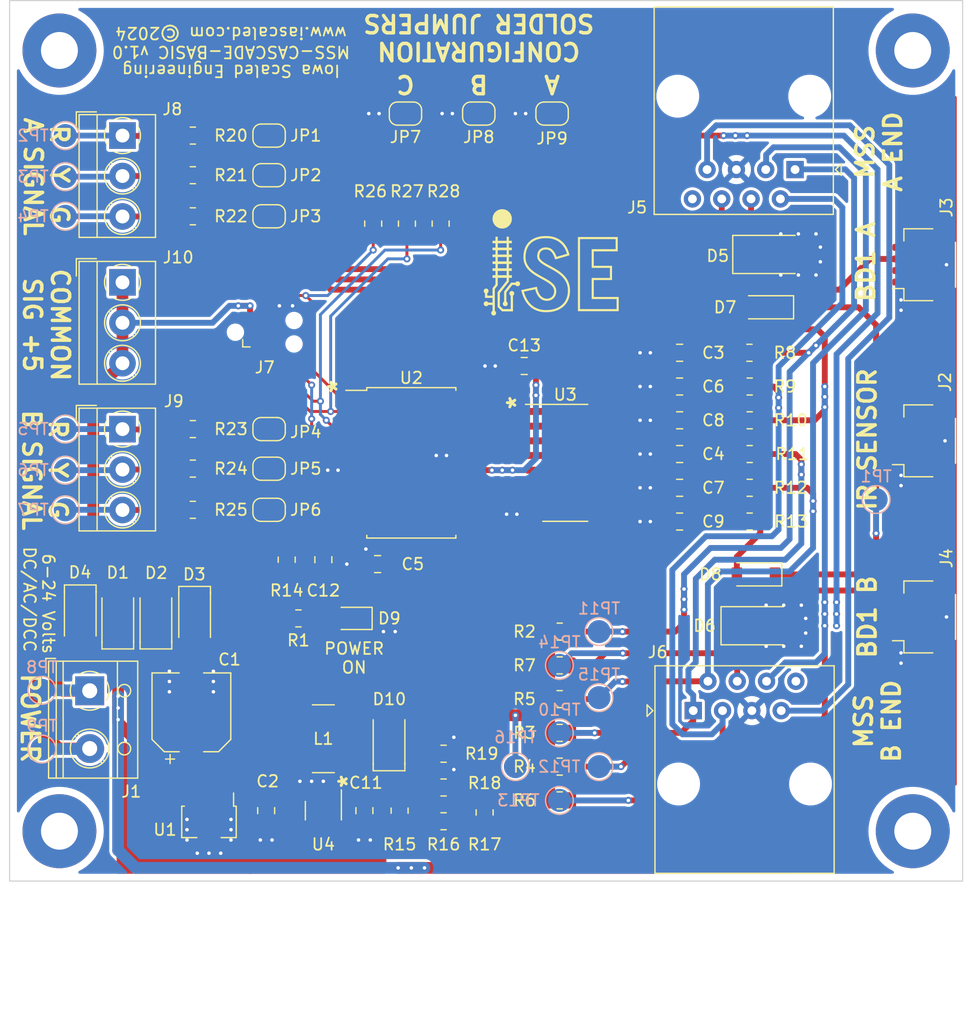
<source format=kicad_pcb>
(kicad_pcb (version 20211014) (generator pcbnew)
  (layers (0 "F.Cu" signal) (31 "B.Cu" signal) (34 "B.Paste" user) (35 "F.Paste" user) (36 "B.SilkS" user "B.Silkscreen") (37 "F.SilkS" user "F.Silkscreen") (38 "B.Mask" user) (39 "F.Mask" user) (44 "Edge.Cuts" user))
  (net 0 "")
  (net 1 "/VPWR")
  (net 2 "GND")
  (net 3 "+5V")
  (net 4 "Net-(C3-Pad1)")
  (net 5 "Net-(D1-Pad2)")
  (net 6 "Net-(D2-Pad2)")
  (net 7 "Net-(C4-Pad1)")
  (net 8 "Net-(C7-Pad1)")
  (net 13 "Net-(C8-Pad1)")
  (net 14 "Net-(C9-Pad1)")
  (net 15 "+12V")
  (net 16 "Net-(C12-Pad1)")
  (net 17 "/A_ADJACENT")
  (net 18 "/B_ADJACENT")
  (net 19 "Net-(D7-Pad1)")
  (net 20 "Net-(D9-Pad2)")
  (net 21 "Net-(D10-Pad2)")
  (net 25 "Net-(C6-Pad1)")
  (net 26 "Net-(J5-Pad1)")
  (net 27 "Net-(J5-Pad2)")
  (net 28 "Net-(J5-Pad3)")
  (net 29 "Net-(J5-Pad7)")
  (net 30 "/A_APPROACH_DIV")
  (net 31 "Net-(J6-Pad1)")
  (net 32 "/B_APPROACH_DIV")
  (net 33 "Net-(J7-Pad1)")
  (net 34 "Net-(J7-Pad3)")
  (net 35 "Net-(J7-Pad4)")
  (net 36 "Net-(J8-Pad1)")
  (net 37 "Net-(J8-Pad2)")
  (net 38 "Net-(J8-Pad3)")
  (net 39 "Net-(J9-Pad1)")
  (net 40 "Net-(J9-Pad2)")
  (net 41 "Net-(J9-Pad3)")
  (net 42 "/A_SIGNAL_R")
  (net 43 "/A_SIGNAL_Y")
  (net 44 "/A_SIGNAL_G")
  (net 45 "/B_SIGNAL_R")
  (net 46 "/B_SIGNAL_Y")
  (net 47 "/B_SIGNAL_G")
  (net 48 "Net-(JP7-Pad1)")
  (net 49 "Net-(JP8-Pad1)")
  (net 50 "Net-(JP9-Pad1)")
  (net 51 "Net-(R15-Pad1)")
  (net 52 "Net-(R16-Pad1)")
  (net 53 "Net-(R17-Pad1)")
  (net 54 "Net-(R18-Pad1)")
  (net 55 "/B_ADJACENT_5V")
  (net 56 "/B_APPROACH_5V")
  (net 57 "/B_ADV_APPROACH_5V")
  (net 58 "/A_ADJACENT_5V")
  (net 59 "/A_APPROACH_5V")
  (net 60 "/A_ADV_APPROACH_5V")
  (footprint "Resistor_SMD:R_0805_2012Metric" (layer "F.Cu") (at 66.548 185.828 -90)
    (fp_text reference "R17")
    (fp_text value "1k")
  )
  (footprint "Diode_SMD:D_SOD-123" (layer "F.Cu") (at 91.059 142.113 180)
    (fp_text reference "D7")
    (fp_text value "CDBM140G")
  )
  (footprint "Resistor_SMD:R_0805_2012Metric" (layer "F.Cu") (at 89.508064 148.971)
    (fp_text reference "R9")
    (fp_text value "10k")
  )
  (footprint "Resistor_SMD:R_0805_2012Metric" (layer "F.Cu") (at 89.508064 157.734)
    (fp_text reference "R12")
    (fp_text value "10k")
  )
  (footprint "Resistor_SMD:R_0805_2012Metric" (layer "F.Cu") (at 41.275 127.254)
    (fp_text reference "R20")
    (fp_text value "330")
  )
  (footprint "Resistor_SMD:R_0805_2012Metric" (layer "F.Cu") (at 89.508064 151.892)
    (fp_text reference "R10")
    (fp_text value "10k")
  )
  (footprint "Capacitor_SMD:CP_Elec_6.3x5.8" (layer "F.Cu") (at 41.148 177.165 90)
    (fp_text reference "C1")
    (fp_text value "68uF")
  )
  (footprint "Connector_JST:JST_SH_SM04B-SRSS-TB_1x04-1MP_P1.00mm_Horizontal" (layer "F.Cu") (at 104.648 153.67 90)
    (fp_text reference "J2")
    (fp_text value "SM04B-SRSS")
  )
  (footprint "MountingHole:MountingHole_3.2mm_M3_Pad" (layer "F.Cu") (at 103.632 187.452)
    (fp_text reference "H2" hide)
    (fp_text value "MountingHole")
  )
  (footprint "Resistor_SMD:R_0805_2012Metric" (layer "F.Cu") (at 59.817 134.874 90)
    (fp_text reference "R27")
    (fp_text value "1k")
  )
  (footprint "Resistor_SMD:R_0805_2012Metric" (layer "F.Cu") (at 62.992 183.669)
    (fp_text reference "R18")
    (fp_text value "1k")
  )
  (footprint "Capacitor_SMD:C_0805_2012Metric" (layer "F.Cu") (at 83.439 157.734 180)
    (fp_text reference "C7")
    (fp_text value "0.1uF")
  )
  (footprint "Resistor_SMD:R_0805_2012Metric" (layer "F.Cu") (at 73.0485 184.785 180)
    (fp_text reference "R6")
    (fp_text value "10k")
  )
  (footprint "Jumper:SolderJumper-2_P1.3mm_Open_RoundedPad1.0x1.5mm" (layer "F.Cu") (at 47.879 134.239)
    (fp_text reference "JP3")
    (fp_text value "SolderJumper_2_Open")
  )
  (footprint "Resistor_SMD:R_0805_2012Metric" (layer "F.Cu") (at 50.419 169.037 180)
    (fp_text reference "R1")
    (fp_text value "1k")
  )
  (footprint "Capacitor_SMD:C_0805_2012Metric" (layer "F.Cu") (at 47.625 185.674 -90)
    (fp_text reference "C2")
    (fp_text value "22uF")
  )
  (footprint "Diode_SMD:D_SMA" (layer "F.Cu") (at 90.424 169.672)
    (fp_text reference "D6")
    (fp_text value "SMAJ18A-TP")
  )
  (footprint "Jumper:SolderJumper-2_P1.3mm_Open_RoundedPad1.0x1.5mm" (layer "F.Cu") (at 72.39 125.349 180)
    (fp_text reference "JP9")
    (fp_text value "SolderJumper_2_Open")
  )
  (footprint "Resistor_SMD:R_0805_2012Metric" (layer "F.Cu") (at 41.275 152.654)
    (fp_text reference "R23")
    (fp_text value "330")
  )
  (footprint "MountingHole:MountingHole_3.2mm_M3_Pad" (layer "F.Cu") (at 103.632 119.888)
    (fp_text reference "H3" hide)
    (fp_text value "MountingHole")
  )
  (footprint "Resistor_SMD:R_0805_2012Metric" (layer "F.Cu") (at 49.403 163.957 -90)
    (fp_text reference "R14")
    (fp_text value "10k")
  )
  (footprint "Jumper:SolderJumper-2_P1.3mm_Open_RoundedPad1.0x1.5mm" (layer "F.Cu") (at 47.879 152.654)
    (fp_text reference "JP4")
    (fp_text value "SolderJumper_2_Open")
  )
  (footprint "Resistor_SMD:R_0805_2012Metric" (layer "F.Cu") (at 41.275 156.074)
    (fp_text reference "R24")
    (fp_text value "330")
  )
  (footprint "Capacitor_SMD:C_0805_2012Metric" (layer "F.Cu") (at 83.439 154.813 180)
    (fp_text reference "C4")
    (fp_text value "0.1uF")
  )
  (footprint "Resistor_SMD:R_0805_2012Metric" (layer "F.Cu") (at 56.896 134.874 90)
    (fp_text reference "R26")
    (fp_text value "1k")
  )
  (footprint "TerminalBlock_RND:TerminalBlock_RND_205-00012_1x02_P5.00mm_Horizontal" (layer "F.Cu") (at 32.339 175.3 -90)
    (fp_text reference "J1")
    (fp_text value "Screw_Terminal_01x02")
  )
  (footprint "Capacitor_SMD:C_0805_2012Metric" (layer "F.Cu") (at 83.439 151.892 180)
    (fp_text reference "C8")
    (fp_text value "0.1uF")
  )
  (footprint "ISE_Generic:SOD-123T" (layer "F.Cu") (at 31.496 168.91 -90)
    (fp_text reference "D4")
    (fp_text value "CDBM140G")
  )
  (footprint "Jumper:SolderJumper-2_P1.3mm_Open_RoundedPad1.0x1.5mm" (layer "F.Cu") (at 47.879 159.639)
    (fp_text reference "JP6")
    (fp_text value "SolderJumper_2_Open")
  )
  (footprint "Package_SO:SO-16_3.9x9.9mm_P1.27mm" (layer "F.Cu") (at 73.533 155.575)
    (fp_text reference "U3")
    (fp_text value "74HC4049")
  )
  (footprint "Resistor_SMD:R_0805_2012Metric" (layer "F.Cu") (at 62.992 180.748 180)
    (fp_text reference "R19")
    (fp_text value "330")
  )
  (footprint "Capacitor_SMD:C_0805_2012Metric" (layer "F.Cu") (at 57.277 164.338 180)
    (fp_text reference "C5")
    (fp_text value "0.1uF")
  )
  (footprint "Resistor_SMD:R_0805_2012Metric" (layer "F.Cu") (at 62.738 134.874 90)
    (fp_text reference "R28")
    (fp_text value "1k")
  )
  (footprint "Resistor_SMD:R_0805_2012Metric" (layer "F.Cu") (at 89.508064 160.655)
    (fp_text reference "R13")
    (fp_text value "10k")
  )
  (footprint "Jumper:SolderJumper-2_P1.3mm_Open_RoundedPad1.0x1.5mm" (layer "F.Cu") (at 66.04 125.349 180)
    (fp_text reference "JP8")
    (fp_text value "SolderJumper_2_Open")
  )
  (footprint "TerminalBlock_MetzConnect:TerminalBlock_MetzConnect_Type059_RT06303HBWC_1x03_P3.50mm_Horizontal" (layer "F.Cu") (at 35.179 127.254 -90)
    (fp_text reference "J8")
    (fp_text value "Screw_Terminal_01x02")
  )
  (footprint "Resistor_SMD:R_0805_2012Metric" (layer "F.Cu") (at 73.0485 181.864 180)
    (fp_text reference "R4")
    (fp_text value "10k")
  )
  (footprint "TerminalBlock_MetzConnect:TerminalBlock_MetzConnect_Type059_RT06303HBWC_1x03_P3.50mm_Horizontal" (layer "F.Cu") (at 35.179 152.654 -90)
    (fp_text reference "J9")
    (fp_text value "Screw_Terminal_01x02")
  )
  (footprint "Jumper:SolderJumper-2_P1.3mm_Open_RoundedPad1.0x1.5mm" (layer "F.Cu") (at 59.69 125.349 180)
    (fp_text reference "JP7")
    (fp_text value "SolderJumper_2_Open")
  )
  (footprint "Connector_JST:JST_SH_SM04B-SRSS-TB_1x04-1MP_P1.00mm_Horizontal" (layer "F.Cu") (at 104.648 138.43 90)
    (fp_text reference "J3")
    (fp_text value "SM04B-SRSS")
  )
  (footprint "ISE_Generic:SOD-123T" (layer "F.Cu") (at 41.402 169.037 -90)
    (fp_text reference "D3")
    (fp_text value "CDBM140G")
  )
  (footprint "Resistor_SMD:R_0805_2012Metric" (layer "F.Cu") (at 41.275 130.683)
    (fp_text reference "R21")
    (fp_text value "330")
  )
  (footprint "Capacitor_SMD:C_0805_2012Metric" (layer "F.Cu") (at 83.439 148.971 180)
    (fp_text reference "C6")
    (fp_text value "0.1uF")
  )
  (footprint "TerminalBlock_MetzConnect:TerminalBlock_MetzConnect_Type059_RT06303HBWC_1x03_P3.50mm_Horizontal" (layer "F.Cu") (at 35.179 139.954 -90)
    (fp_text reference "J10")
    (fp_text value "Screw_Terminal_01x02")
  )
  (footprint "Jumper:SolderJumper-2_P1.3mm_Open_RoundedPad1.0x1.5mm" (layer "F.Cu") (at 47.879 156.083)
    (fp_text reference "JP5")
    (fp_text value "SolderJumper_2_Open")
  )
  (footprint "Connector_JST:JST_SH_SM04B-SRSS-TB_1x04-1MP_P1.00mm_Horizontal" (layer "F.Cu") (at 104.648 168.91 90)
    (fp_text reference "J4")
    (fp_text value "SM04B-SRSS")
  )
  (footprint "ISE_Generic:SOD-123T" (layer "F.Cu") (at 38.1 168.91 90)
    (fp_text reference "D2")
    (fp_text value "CDBM140G")
  )
  (footprint "Resistor_SMD:R_0805_2012Metric" (layer "F.Cu") (at 73.0485 173.101 180)
    (fp_text reference "R7")
    (fp_text value "10k")
  )
  (footprint "Capacitor_SMD:C_0805_2012Metric" (layer "F.Cu") (at 83.439 160.655 180)
    (fp_text reference "C9")
    (fp_text value "0.1uF")
  )
  (footprint "Resistor_SMD:R_0805_2012Metric" (layer "F.Cu") (at 73.0485 178.943 180)
    (fp_text reference "R3")
    (fp_text value "10k")
  )
  (footprint "Capacitor_SMD:C_0805_2012Metric" (layer "F.Cu") (at 69.977 147.193 180)
    (fp_text reference "C13")
    (fp_text value "0.1uF")
  )
  (footprint "Connector_RJ:RJ45_Amphenol_54602-x08_Horizontal" (layer "F.Cu") (at 93.4365 130.195 180)
    (fp_text reference "J5")
    (fp_text value "8P8C")
  )
  (footprint "MountingHole:MountingHole_3.2mm_M3_Pad" (layer "F.Cu") (at 29.718 187.452)
    (fp_text reference "H1" hide)
    (fp_text value "MountingHole")
  )
  (footprint "Diode_SMD:D_SMA" (layer "F.Cu") (at 91.44 137.541)
    (fp_text reference "D5")
    (fp_text value "SMAJ18A-TP")
  )
  (footprint "Resistor_SMD:R_0805_2012Metric" (layer "F.Cu") (at 89.484564 146.05)
    (fp_text reference "R8")
    (fp_text value "10k")
  )
  (footprint "ISE_Generic:SOD-123T" (layer "F.Cu") (at 34.798 168.91 90)
    (fp_text reference "D1")
    (fp_text value "CDBM140G")
  )
  (footprint "MountingHole:MountingHole_3.2mm_M3_Pad" (layer "F.Cu") (at 29.718 119.888)
    (fp_text reference "H4" hide)
    (fp_text value "MountingHole")
  )
  (footprint "Resistor_SMD:R_0805_2012Metric" (layer "F.Cu") (at 73.0485 176.022 180)
    (fp_text reference "R5")
    (fp_text value "10k")
  )
  (footprint "Connector_RJ:RJ45_Amphenol_54602-x08_Horizontal" (layer "F.Cu") (at 84.6175 177.018)
    (fp_text reference "J6")
    (fp_text value "8P8C")
  )
  (footprint "Resistor_SMD:R_0805_2012Metric" (layer "F.Cu") (at 41.275 134.239)
    (fp_text reference "R22")
    (fp_text value "330")
  )
  (footprint "ISE_UltraLibrarian:MSS6132-xxxMLC" (layer "F.Cu") (at 52.578 179.451)
    (fp_text reference "L1")
    (fp_text value "4.7uH" hide)
  )
  (footprint "LED_SMD:LED_0805_2012Metric" (layer "F.Cu") (at 55.118 169.037 180)
    (fp_text reference "D9")
    (fp_text value "GREEN LED")
  )
  (footprint "Capacitor_SMD:C_0805_2012Metric" (layer "F.Cu") (at 56.134 185.674 -90)
    (fp_text reference "C11")
    (fp_text value "10uF")
  )
  (footprint "Jumper:SolderJumper-2_P1.3mm_Open_RoundedPad1.0x1.5mm" (layer "F.Cu") (at 47.879 130.683)
    (fp_text reference "JP2")
    (fp_text value "SolderJumper_2_Open")
  )
  (footprint "Package_SO:SOIC-20W_7.5x12.8mm_P1.27mm" (layer "F.Cu") (at 60.198 155.575)
    (fp_text reference "U2")
    (fp_text value "ATtiny861A-S")
  )
  (footprint "Connector:Tag-Connect_TC2030-IDC-NL_2x03_P1.27mm_Vertical" (layer "F.Cu") (at 47.498 144.272)
    (fp_text reference "J7")
    (fp_text value "AVR-ISP")
  )
  (footprint "ISE_Generic:SOD-123T" (layer "F.Cu") (at 58.293 179.451 90)
    (fp_text reference "D10")
    (fp_text value "CDBM140G")
  )
  (footprint "Resistor_SMD:R_0805_2012Metric" (layer "F.Cu") (at 89.508064 154.813)
    (fp_text reference "R11")
    (fp_text value "10k")
  )
  (footprint "Resistor_SMD:R_0805_2012Metric" (layer "F.Cu") (at 62.992 186.59 180)
    (fp_text reference "R16")
    (fp_text value "10k")
  )
  (footprint "Package_TO_SOT_SMD:SOT-23-5" (layer "F.Cu") (at 52.578 185.674 -90)
    (fp_text reference "U4")
    (fp_text value "AP3012")
  )
  (footprint "Resistor_SMD:R_0805_2012Metric" (layer "F.Cu") (at 41.275 159.639)
    (fp_text reference "R25")
    (fp_text value "330")
  )
  (footprint "Resistor_SMD:R_0805_2012Metric" (layer "F.Cu") (at 73.0485 170.18 180)
    (fp_text reference "R2")
    (fp_text value "10k")
  )
  (footprint "ISE_Generic:SOT-89-3" (layer "F.Cu") (at 42.672 186.3475 -90)
    (fp_text reference "U1")
    (fp_text value "AP7381-50Y")
  )
  (footprint "Capacitor_SMD:C_0805_2012Metric" (layer "F.Cu") (at 52.578 163.957 -90)
    (fp_text reference "C12")
    (fp_text value "1uF")
  )
  (footprint "Jumper:SolderJumper-2_P1.3mm_Open_RoundedPad1.0x1.5mm" (layer "F.Cu") (at 47.879 127.254)
    (fp_text reference "JP1")
    (fp_text value "SolderJumper_2_Open")
  )
  (footprint "Capacitor_SMD:C_0805_2012Metric" (layer "F.Cu") (at 83.439 146.05 180)
    (fp_text reference "C3")
    (fp_text value "0.1uF")
  )
  (footprint "Diode_SMD:D_SOD-123" (layer "F.Cu") (at 90.043 165.227 180)
    (fp_text reference "D8")
    (fp_text value "CDBM140G")
  )
  (footprint "Resistor_SMD:R_0805_2012Metric" (layer "F.Cu") (at 59.182 185.674 90)
    (fp_text reference "R15")
    (fp_text value "10k")
  )
  (footprint "TestPoint:TestPoint_Pad_D2.0mm" (layer "B.Cu") (at 73.025 184.785 180)
    (fp_text reference "TP13")
    (fp_text value "TestPoint")
  )
  (footprint "TestPoint:TestPoint_Pad_D2.0mm" (layer "B.Cu") (at 30.226 127.254 180)
    (fp_text reference "TP2")
    (fp_text value "TestPoint")
  )
  (footprint "TestPoint:TestPoint_Pad_D2.0mm" (layer "B.Cu") (at 76.454 175.895 180)
    (fp_text reference "TP15")
    (fp_text value "TestPoint")
  )
  (footprint "TestPoint:TestPoint_Pad_D2.0mm" (layer "B.Cu") (at 30.226 156.21 180)
    (fp_text reference "TP6")
    (fp_text value "TestPoint")
  )
  (footprint "TestPoint:TestPoint_Pad_D2.0mm" (layer "B.Cu") (at 30.226 130.81 180)
    (fp_text reference "TP3")
    (fp_text value "TestPoint")
  )
  (footprint "TestPoint:TestPoint_Pad_D2.0mm" (layer "B.Cu") (at 73.025 178.943 180)
    (fp_text reference "TP10")
    (fp_text value "TestPoint")
  )
  (footprint "TestPoint:TestPoint_Pad_D2.0mm" (layer "B.Cu") (at 73.025 173.101 180)
    (fp_text reference "TP14")
    (fp_text value "TestPoint")
  )
  (footprint "TestPoint:TestPoint_Pad_D2.0mm" (layer "B.Cu") (at 69.215 181.864 180)
    (fp_text reference "TP16")
    (fp_text value "TestPoint")
  )
  (footprint "TestPoint:TestPoint_Pad_D2.0mm" (layer "B.Cu") (at 76.454 181.864 180)
    (fp_text reference "TP12")
    (fp_text value "TestPoint")
  )
  (footprint "TestPoint:TestPoint_Pad_D2.0mm" (layer "B.Cu") (at 30.226 159.639 180)
    (fp_text reference "TP7")
    (fp_text value "TestPoint")
  )
  (footprint "TestPoint:TestPoint_Pad_D2.0mm" (layer "B.Cu") (at 28.194 175.26 180)
    (fp_text reference "TP8")
    (fp_text value "TestPoint")
  )
  (footprint "TestPoint:TestPoint_Pad_D2.0mm" (layer "B.Cu") (at 28.194 180.34 180)
    (fp_text reference "TP9")
    (fp_text value "TestPoint")
  )
  (footprint "TestPoint:TestPoint_Pad_D2.0mm" (layer "B.Cu") (at 30.226 152.654 180)
    (fp_text reference "TP5")
    (fp_text value "TestPoint")
  )
  (footprint "TestPoint:TestPoint_Pad_D2.0mm" (layer "B.Cu") (at 76.454 170.18 180)
    (fp_text reference "TP11")
    (fp_text value "TestPoint")
  )
  (footprint "TestPoint:TestPoint_Pad_D2.0mm" (layer "B.Cu") (at 100.457 158.75 180)
    (fp_text reference "TP1")
    (fp_text value "TestPoint")
  )
  (footprint "TestPoint:TestPoint_Pad_D2.0mm" (layer "B.Cu") (at 30.226 134.239 180)
    (fp_text reference "TP4")
    (fp_text value "TestPoint")
  )
  (gr_poly (pts (xy 71.933774 135.94777) (xy 72.003555 135.948848) (xy 72.063183 135.950752) (xy 72.107779 135.9535) (xy 72.263414 135.972758) (xy 72.413492 136.001596) (xy 72.48639 136.019564) (xy 72.55783 136.039873) (xy 72.62779 136.062506) (xy 72.696245 136.087445) (xy 72.763174 136.114673) (xy 72.828554 136.144171) (xy 72.892361 136.175921) (xy 72.954574 136.209906) (xy 73.015168 136.246108) (xy 73.074121 136.284509) (xy 73.131411 136.325092) (xy 73.187014 136.367838) (xy 73.240908 136.412729) (xy 73.293069 136.459748) (xy 73.343475 136.508877) (xy 73.392104 136.560099) (xy 73.438931 136.613394) (xy 73.483934 136.668746) (xy 73.527091 136.726137) (xy 73.568378 136.785548) (xy 73.607773 136.846963) (xy 73.645252 136.910363) (xy 73.680794 136.975729) (xy 73.714374 137.043046) (xy 73.745971 137.112294) (xy 73.775561 137.183456) (xy 73.828629 137.33145) (xy 73.839996 137.367636) (xy 73.851967 137.408344) (xy 73.863889 137.451021) (xy 73.875107 137.49311) (xy 73.88497 137.532058) (xy 73.892823 137.565308) (xy 73.898014 137.590307) (xy 73.899407 137.598914) (xy 73.89989 137.6045) (xy 73.898119 137.606414) (xy 73.892636 137.609298) (xy 73.869507 137.61828) (xy 73.767422 137.651243) (xy 73.577231 137.708283) (xy 73.282529 137.794294) (xy 73.042353 137.863725) (xy 72.845437 137.920059) (xy 72.712021 137.957608) (xy 72.675451 137.96756) (xy 72.662346 137.970683) (xy 72.661147 137.968205) (xy 72.658708 137.962106) (xy 72.650704 137.940697) (xy 72.639525 137.909763) (xy 72.626362 137.872611) (xy 72.595748 137.789094) (xy 72.564443 137.710988) (xy 72.532366 137.638196) (xy 72.499439 137.570622) (xy 72.465582 137.508171) (xy 72.430715 137.450745) (xy 72.412878 137.423887) (xy 72.394759 137.39825) (xy 72.376347 137.373821) (xy 72.357634 137.350588) (xy 72.338608 137.32854) (xy 72.31926 137.307664) (xy 72.29958 137.287949) (xy 72.279558 137.269382) (xy 72.259184 137.251951) (xy 72.238449 137.235645) (xy 72.217341 137.220451) (xy 72.195852 137.206357) (xy 72.173971 137.193352) (xy 72.151688 137.181423) (xy 72.128994 137.170558) (xy 72.105879 137.160745) (xy 72.082331 137.151973) (xy 72.058343 137.144229) (xy 72.033903 137.137501) (xy 72.009001 137.131778) (xy 71.992346 137.128537) (xy 71.974513 137.125694) (xy 71.955682 137.123249) (xy 71.936031 137.121205) (xy 71.894986 137.118321) (xy 71.852809 137.117049) (xy 71.810929 137.117398) (xy 71.770777 137.119376) (xy 71.751796 137.120978) (xy 71.733784 137.12299) (xy 71.716918 137.125414) (xy 71.701379 137.12825) (xy 71.655886 137.139348) (xy 71.613063 137.153067) (xy 71.572903 137.169418) (xy 71.535397 137.18841) (xy 71.517637 137.198899) (xy 71.500537 137.210051) (xy 71.484096 137.221869) (xy 71.468314 137.234352) (xy 71.453189 137.247502) (xy 71.438721 137.261321) (xy 71.424907 137.27581) (xy 71.411748 137.290969) (xy 71.399242 137.306799) (xy 71.387389 137.323303) (xy 71.376186 137.340481) (xy 71.365634 137.358334) (xy 71.346475 137.396071) (xy 71.329904 137.436523) (xy 71.315913 137.479699) (xy 71.304493 137.525609) (xy 71.295636 137.574261) (xy 71.289334 137.625667) (xy 71.287518 137.647121) (xy 71.286312 137.667622) (xy 71.285733 137.68726) (xy 71.285796 137.706122) (xy 71.286516 137.724298) (xy 71.287908 137.741876) (xy 71.289989 137.758947) (xy 71.292774 137.775597) (xy 71.296278 137.791917) (xy 71.300517 137.807995) (xy 71.305507 137.82392) (xy 71.311262 137.839781) (xy 71.317799 137.855666) (xy 71.325132 137.871666) (xy 71.333278 137.887868) (xy 71.342251 137.904361) (xy 71.353622 137.923586) (xy 71.366309 137.942905) (xy 71.380323 137.962327) (xy 71.395675 137.981862) (xy 71.412375 138.001521) (xy 71.430432 138.021315) (xy 71.449858 138.041254) (xy 71.470662 138.061347) (xy 71.492856 138.081606) (xy 71.516449 138.102041) (xy 71.541452 138.122661) (xy 71.567875 138.143478) (xy 71.595728 138.164502) (xy 71.625022 138.185743) (xy 71.655767 138.207211) (xy 71.687973 138.228917) (xy 71.733472 138.258615) (xy 71.779177 138.287378) (xy 71.82781 138.316787) (xy 71.882089 138.34842) (xy 72.018471 138.424675) (xy 72.210084 138.528778) (xy 72.341153 138.599541) (xy 72.453766 138.661103) (xy 72.550901 138.715173) (xy 72.635535 138.763463) (xy 72.710643 138.807686) (xy 72.779203 138.849552) (xy 72.844191 138.890773) (xy 72.908584 138.933061) (xy 73.030674 139.018086) (xy 73.144602 139.104469) (xy 73.250475 139.192378) (xy 73.348399 139.28198) (xy 73.438481 139.373442) (xy 73.520826 139.466932) (xy 73.595542 139.562617) (xy 73.662735 139.660665) (xy 73.722512 139.761243) (xy 73.774978 139.864518) (xy 73.82024 139.970659) (xy 73.858406 140.079831) (xy 73.88958 140.192204) (xy 73.91387 140.307943) (xy 73.931382 140.427218) (xy 73.942223 140.550194) (xy 73.945247 140.625774) (xy 73.945376 140.703719) (xy 73.942695 140.783086) (xy 73.937284 140.862932) (xy 73.929228 140.942315) (xy 73.918609 141.020293) (xy 73.905509 141.095922) (xy 73.890012 141.168261) (xy 73.853913 141.299539) (xy 73.808986 141.425235) (xy 73.755431 141.545171) (xy 73.693449 141.659173) (xy 73.623239 141.767065) (xy 73.545004 141.868671) (xy 73.458942 141.963815) (xy 73.365255 142.052322) (xy 73.264143 142.134016) (xy 73.155807 142.208721) (xy 73.040447 142.276262) (xy 72.918264 142.336462) (xy 72.789458 142.389147) (xy 72.654229 142.43414) (xy 72.512778 142.471266) (xy 72.365307 142.500349) (xy 72.259053 142.515688) (xy 72.149748 142.527282) (xy 72.03884 142.535089) (xy 71.927774 142.539067) (xy 71.817998 142.539176) (xy 71.710959 142.535374) (xy 71.608104 142.52762) (xy 71.558697 142.522248) (xy 71.510879 142.515872) (xy 71.39611 142.495988) (xy 71.284647 142.47074) (xy 71.176503 142.440135) (xy 71.071693 142.404185) (xy 70.970232 142.362897) (xy 70.872134 142.316281) (xy 70.777413 142.264347) (xy 70.686085 142.207103) (xy 70.598163 142.14456) (xy 70.513662 142.076725) (xy 70.432596 142.00361) (xy 70.354981 141.925223) (xy 70.280829 141.841572) (xy 70.210157 141.752669) (xy 70.142978 141.658521) (xy 70.079307 141.559139) (xy 70.055727 141.518564) (xy 70.029179 141.469886) (xy 70.000862 141.415519) (xy 69.971974 141.357879) (xy 69.943715 141.299378) (xy 69.917282 141.242432) (xy 69.893876 141.189455) (xy 69.874695 141.142861) (xy 69.847654 141.071065) (xy 69.819497 140.990108) (xy 69.791885 140.905579) (xy 69.766481 140.823068) (xy 69.75162 140.771378) (xy 69.947839 140.771378) (xy 69.948073 140.774825) (xy 69.94877 140.779157) (xy 69.949945 140.784495) (xy 69.951611 140.790959) (xy 69.953784 140.798671) (xy 69.959707 140.81832) (xy 69.967829 140.844411) (xy 69.986171 140.900996) (xy 70.005458 140.956937) (xy 70.025658 141.012169) (xy 70.046741 141.066628) (xy 70.068676 141.120247) (xy 70.091431 141.172961) (xy 70.114976 141.224706) (xy 70.139279 141.275417) (xy 70.16431 141.325028) (xy 70.190038 141.373474) (xy 70.216431 141.42069) (xy 70.243459 141.466611) (xy 70.27109 141.511173) (xy 70.299294 141.554308) (xy 70.32804 141.595954) (xy 70.357296 141.636044) (xy 70.418534 141.713569) (xy 70.482408 141.786611) (xy 70.54894 141.855184) (xy 70.618153 141.919303) (xy 70.69007 141.978981) (xy 70.764713 142.034234) (xy 70.842105 142.085075) (xy 70.922269 142.131521) (xy 71.005228 142.173583) (xy 71.091005 142.211279) (xy 71.179621 142.244621) (xy 71.2711 142.273624) (xy 71.365465 142.298303) (xy 71.462739 142.318672) (xy 71.562943 142.334746) (xy 71.666101 142.346538) (xy 71.721843 142.350128) (xy 71.78964 142.351973) (xy 71.865605 142.352181) (xy 71.945854 142.35086) (xy 72.0265 142.348116) (xy 72.103656 142.344058) (xy 72.173437 142.338792) (xy 72.231957 142.332427) (xy 72.314591 142.320058) (xy 72.395015 142.305437) (xy 72.473235 142.288563) (xy 72.549258 142.269434) (xy 72.62309 142.248048) (xy 72.694738 142.224403) (xy 72.764206 142.198496) (xy 72.831502 142.170326) (xy 72.896632 142.13989) (xy 72.959602 142.107187) (xy 73.020418 142.072214) (xy 73.079086 142.03497) (xy 73.135613 141.995451) (xy 73.190005 141.953657) (xy 73.242267 141.909585) (xy 73.292407 141.863233) (xy 73.338383 141.816797) (xy 73.381874 141.768997) (xy 73.42291 141.719775) (xy 73.461519 141.669073) (xy 73.497731 141.616833) (xy 73.531573 141.562997) (xy 73.563076 141.507508) (xy 73.592268 141.450307) (xy 73.619177 141.391336) (xy 73.643834 141.330539) (xy 73.666266 141.267856) (xy 73.686504 141.20323) (xy 73.704575 141.136603) (xy 73.720508 141.067918) (xy 73.734333 140.997115) (xy 73.746079 140.924139) (xy 73.748652 140.902841) (xy 73.750817 140.876955) (xy 73.75395 140.814028) (xy 73.75553 140.740584) (xy 73.755604 140.661848) (xy 73.754223 140.583047) (xy 73.751437 140.509404) (xy 73.747294 140.446147) (xy 73.741845 140.3985) (xy 73.735118 140.359753) (xy 73.726786 140.317923) (xy 73.717165 140.27429) (xy 73.706568 140.230136) (xy 73.695309 140.186743) (xy 73.683704 140.145393) (xy 73.672065 140.107366) (xy 73.660707 140.073944) (xy 73.649852 140.045584) (xy 73.637962 140.016662) (xy 73.625095 139.987277) (xy 73.611307 139.957528) (xy 73.596654 139.927514) (xy 73.581195 139.897335) (xy 73.548082 139.836878) (xy 73.512423 139.776949) (xy 73.474671 139.718344) (xy 73.455153 139.689786) (xy 73.435283 139.661856) (xy 73.415117 139.634653) (xy 73.394712 139.608277) (xy 73.380924 139.591545) (xy 73.364639 139.572774) (xy 73.325843 139.530358) (xy 73.280846 139.48351) (xy 73.23217 139.434711) (xy 73.182336 139.386441) (xy 73.133866 139.341181) (xy 73.089283 139.301411) (xy 73.051107 139.269611) (xy 72.963647 139.202399) (xy 72.876757 139.139238) (xy 72.78618 139.077499) (xy 72.687658 139.014553) (xy 72.576931 138.94777) (xy 72.449742 138.874522) (xy 72.301833 138.792179) (xy 72.128946 138.698111) (xy 71.955005 138.603385) (xy 71.809913 138.522251) (xy 71.746927 138.485965) (xy 71.689642 138.452098) (xy 71.637556 138.420323) (xy 71.590166 138.390312) (xy 71.546967 138.361741) (xy 71.507457 138.334281) (xy 71.471133 138.307607) (xy 71.43749 138.281392) (xy 71.406026 138.255309) (xy 71.376238 138.229032) (xy 71.347621 138.202234) (xy 71.319673 138.174589) (xy 71.292916 138.146855) (xy 71.268171 138.119673) (xy 71.24538 138.09293) (xy 71.224489 138.066517) (xy 71.205443 138.040324) (xy 71.188184 138.014239) (xy 71.172657 137.988152) (xy 71.158807 137.961952) (xy 71.146577 137.935529) (xy 71.135912 137.908772) (xy 71.126756 137.881571) (xy 71.119053 137.853815) (xy 71.112747 137.825393) (xy 71.107783 137.796195) (xy 71.104105 137.76611) (xy 71.101657 137.735028) (xy 71.099967 137.686174) (xy 71.10094 137.637618) (xy 71.104509 137.589528) (xy 71.110609 137.542069) (xy 71.119172 137.495409) (xy 71.130133 137.449712) (xy 71.143425 137.405146) (xy 71.158983 137.361877) (xy 71.176741 137.320072) (xy 71.196631 137.279896) (xy 71.218589 137.241517) (xy 71.242547 137.2051) (xy 71.268441 137.170813) (xy 71.296203 137.138821) (xy 71.325767 137.109291) (xy 71.341205 137.095501) (xy 71.357068 137.082389) (xy 71.40365 137.048955) (xy 71.45393 137.019575) (xy 71.507456 136.994267) (xy 71.563774 136.97305) (xy 71.622431 136.955942) (xy 71.682977 136.942962) (xy 71.744956 136.934128) (xy 71.807918 136.92946) (xy 71.871408 136.928975) (xy 71.934976 136.932693) (xy 71.998167 136.940631) (xy 72.060529 136.952809) (xy 72.121609 136.969245) (xy 72.180956 136.989958) (xy 72.238115 137.014966) (xy 72.292635 137.044289) (xy 72.308478 137.054303) (xy 72.325457 137.066228) (xy 72.343382 137.079876) (xy 72.362066 137.095056) (xy 72.38132 137.111579) (xy 72.400957 137.129257) (xy 72.420788 137.147901) (xy 72.440625 137.16732) (xy 72.46028 137.187327) (xy 72.479565 137.207731) (xy 72.498293 137.228344) (xy 72.516274 137.248977) (xy 72.53332 137.26944) (xy 72.549245 137.289545) (xy 72.563858 137.309102) (xy 72.576974 137.327922) (xy 72.599044 137.362875) (xy 72.622041 137.401961) (xy 72.645435 137.444157) (xy 72.668696 137.488436) (xy 72.691296 137.533774) (xy 72.712705 137.579144) (xy 72.732394 137.623523) (xy 72.749834 137.665884) (xy 72.75417 137.67677) (xy 72.758194 137.686695) (xy 72.761924 137.695689) (xy 72.765379 137.703785) (xy 72.768577 137.711012) (xy 72.771538 137.717403) (xy 72.772936 137.720293) (xy 72.77428 137.722987) (xy 72.775575 137.725486) (xy 72.776822 137.727796) (xy 72.778023 137.729919) (xy 72.779181 137.731861) (xy 72.780299 137.733624) (xy 72.781378 137.735212) (xy 72.78242 137.73663) (xy 72.783429 137.737882) (xy 72.784406 137.738971) (xy 72.785355 137.7399) (xy 72.786276 137.740675) (xy 72.787173 137.741299) (xy 72.788047 137.741775) (xy 72.788902 137.742108) (xy 72.789739 137.742301) (xy 72.79056 137.742359) (xy 72.791369 137.742285) (xy 72.792168 137.742083) (xy 73.229612 137.615083) (xy 73.5345 137.526448) (xy 73.62996 137.498105) (xy 73.657221 137.48975) (xy 73.668468 137.485967) (xy 73.670194 137.485118) (xy 73.671658 137.484105) (xy 73.672847 137.482846) (xy 73.673748 137.481259) (xy 73.674348 137.479263) (xy 73.674632 137.476777) (xy 73.674587 137.473717) (xy 73.6742 137.470003) (xy 73.673458 137.465554) (xy 73.672347 137.460287) (xy 73.668964 137.446974) (xy 73.663944 137.429411) (xy 73.657179 137.406944) (xy 73.642567 137.361529) (xy 73.626797 137.316344) (xy 73.609906 137.271452) (xy 73.591926 137.226917) (xy 73.572892 137.182805) (xy 73.552838 137.139178) (xy 73.531798 137.096101) (xy 73.509806 137.053637) (xy 73.486896 137.011852) (xy 73.463103 136.970809) (xy 73.43846 136.930572) (xy 73.413001 136.891205) (xy 73.386762 136.852773) (xy 73.359775 136.815339) (xy 73.332074 136.778967) (xy 73.303695 136.743722) (xy 73.291157 136.729024) (xy 73.277207 136.713353) (xy 73.245774 136.679759) (xy 73.210802 136.64428) (xy 73.173697 136.608256) (xy 73.135864 136.573025) (xy 73.098709 136.539927) (xy 73.063638 136.510302) (xy 73.047323 136.49721) (xy 73.032057 136.485489) (xy 72.98657 136.452555) (xy 72.940057 136.421221) (xy 72.892501 136.39148) (xy 72.843883 136.363328) (xy 72.794186 136.33676) (xy 72.743392 136.311769) (xy 72.691484 136.288352) (xy 72.638445 136.266502) (xy 72.584256 136.246215) (xy 72.528901 136.227486) (xy 72.472361 136.210309) (xy 72.414619 136.194679) (xy 72.355657 136.180591) (xy 72.295458 136.16804) (xy 72.234005 136.157021) (xy 72.171279 136.147528) (xy 72.125072 136.142849) (xy 72.062899 136.13894) (xy 71.989894 136.135907) (xy 71.911193 136.133858) (xy 71.83193 136.1329) (xy 71.757239 136.133141) (xy 71.692255 136.134689) (xy 71.642112 136.13765) (xy 71.481075 136.156408) (xy 71.403717 136.16903) (xy 71.328478 136.183803) (xy 71.255365 136.20072) (xy 71.18439 136.219772) (xy 71.115559 136.240953) (xy 71.048883 136.264253) (xy 70.98437 136.289666) (xy 70.92203 136.317184) (xy 70.86187 136.346799) (xy 70.8039 136.378504) (xy 70.748129 136.412289) (xy 70.694566 136.448149) (xy 70.643219 136.486075) (xy 70.594098 136.526058) (xy 70.547211 136.568093) (xy 70.502568 136.61217) (xy 70.460177 136.658282) (xy 70.420047 136.706421) (xy 70.382188 136.75658) (xy 70.346607 136.808751) (xy 70.313315 136.862926) (xy 70.282319 136.919097) (xy 70.25363 136.977256) (xy 70.227255 137.037397) (xy 70.203203 137.09951) (xy 70.181484 137.163588) (xy 70.162107 137.229624) (xy 70.14508 137.29761) (xy 70.130412 137.367538) (xy 70.118112 137.4394) (xy 70.110596 137.493339) (xy 70.104451 137.546896) (xy 70.099673 137.600006) (xy 70.096262 137.652599) (xy 70.094216 137.704609) (xy 70.093531 137.75597) (xy 70.094207 137.806613) (xy 70.09624 137.856471) (xy 70.09963 137.905478) (xy 70.104373 137.953567) (xy 70.110469 138.000669) (xy 70.117914 138.046718) (xy 70.126707 138.091647) (xy 70.136846 138.135388) (xy 70.148328 138.177874) (xy 70.161151 138.219039) (xy 70.175469 138.259901) (xy 70.191657 138.300934) (xy 70.209649 138.342044) (xy 70.229381 138.383135) (xy 70.250787 138.424116) (xy 70.273802 138.46489) (xy 70.298361 138.505365) (xy 70.324399 138.545446) (xy 70.351851 138.58504) (xy 70.380652 138.624051) (xy 70.410737 138.662386) (xy 70.44204 138.699952) (xy 70.474496 138.736653) (xy 70.508041 138.772397) (xy 70.542609 138.807088) (xy 70.578135 138.840633) (xy 70.662206 138.914565) (xy 70.749188 138.985074) (xy 70.84285 139.054623) (xy 70.946964 139.125677) (xy 71.065299 139.200701) (xy 71.201625 139.282157) (xy 71.359714 139.372509) (xy 71.543334 139.474222) (xy 71.749092 139.587805) (xy 71.831118 139.633877) (xy 71.901933 139.674335) (xy 71.963553 139.710328) (xy 72.017997 139.743006) (xy 72.067281 139.773517) (xy 72.113423 139.803011) (xy 72.173634 139.843288) (xy 72.230248 139.882969) (xy 72.283373 139.922168) (xy 72.333116 139.961) (xy 72.379584 139.99958) (xy 72.422887 140.038023) (xy 72.463129 140.076443) (xy 72.500421 140.114955) (xy 72.534867 140.153673) (xy 72.566577 140.192713) (xy 72.595658 140.232189) (xy 72.622217 140.272216) (xy 72.646362 140.312909) (xy 72.668199 140.354382) (xy 72.687838 140.39675) (xy 72.705384 140.440128) (xy 72.715148 140.468276) (xy 72.7238 140.4976) (xy 72.731336 140.52797) (xy 72.737752 140.559256) (xy 72.743043 140.591328) (xy 72.747205 140.624054) (xy 72.750235 140.657306) (xy 72.752127 140.690953) (xy 72.752879 140.724864) (xy 72.752486 140.758909) (xy 72.750943 140.792959) (xy 72.748247 140.826882) (xy 72.744393 140.86055) (xy 72.739378 140.89383) (xy 72.733197 140.926594) (xy 72.725846 140.958711) (xy 72.706553 141.02393) (xy 72.682893 141.085901) (xy 72.654999 141.14452) (xy 72.623 141.199681) (xy 72.587028 141.251277) (xy 72.547215 141.299205) (xy 72.503691 141.343358) (xy 72.456588 141.383632) (xy 72.406037 141.41992) (xy 72.35217 141.452118) (xy 72.295117 141.480119) (xy 72.235011 141.503819) (xy 72.171981 141.523112) (xy 72.10616 141.537892) (xy 72.037678 141.548055) (xy 71.966668 141.553494) (xy 71.922995 141.554283) (xy 71.879837 141.552963) (xy 71.837218 141.549555) (xy 71.795165 141.544083) (xy 71.753705 141.536571) (xy 71.712863 141.527041) (xy 71.672666 141.515517) (xy 71.633139 141.502022) (xy 71.594308 141.486578) (xy 71.5562 141.469209) (xy 71.518841 141.449938) (xy 71.482257 141.428789) (xy 71.446474 141.405783) (xy 71.411518 141.380945) (xy 71.377415 141.354298) (xy 71.344192 141.325864) (xy 71.311873 141.295667) (xy 71.280487 141.26373) (xy 71.250057 141.230076) (xy 71.220612 141.194729) (xy 71.164776 141.119044) (xy 71.113188 141.036862) (xy 71.066057 140.948367) (xy 71.023591 140.853744) (xy 70.985999 140.753179) (xy 70.95349 140.646855) (xy 70.94878 140.629026) (xy 70.944252 140.612305) (xy 70.940021 140.597072) (xy 70.936204 140.583708) (xy 70.932916 140.572593) (xy 70.930273 140.564107) (xy 70.928391 140.558631) (xy 70.927771 140.55714) (xy 70.927385 140.556545) (xy 70.462512 140.653646) (xy 69.957951 140.761861) (xy 69.953109 140.76318) (xy 69.951245 140.764017) (xy 69.949771 140.765135) (xy 69.948703 140.766654) (xy 69.948054 140.768694) (xy 69.947839 140.771378) (xy 69.75162 140.771378) (xy 69.744946 140.748163) (xy 69.728943 140.686454) (xy 69.723535 140.662295) (xy 69.720133 140.643531) (xy 69.718945 140.630861) (xy 69.719246 140.627029) (xy 69.720179 140.624983) (xy 69.934414 140.576222) (xy 70.398482 140.476199) (xy 70.861889 140.378424) (xy 71.07414 140.33641) (xy 71.07505 140.338823) (xy 71.076654 140.344734) (xy 71.081548 140.365427) (xy 71.088031 140.395247) (xy 71.095307 140.430955) (xy 71.111937 140.509206) (xy 71.130853 140.584386) (xy 71.152024 140.656448) (xy 71.17542 140.725348) (xy 71.201012 140.79104) (xy 71.228768 140.853478) (xy 71.25866 140.912618) (xy 71.290657 140.968412) (xy 71.307436 140.995041) (xy 71.32473 141.020817) (xy 71.342535 141.045734) (xy 71.360848 141.069786) (xy 71.379664 141.092968) (xy 71.398981 141.115275) (xy 71.418794 141.136699) (xy 71.4391 141.157236) (xy 71.459894 141.176881) (xy 71.481174 141.195626) (xy 71.502935 141.213468) (xy 71.525173 141.230399) (xy 71.547886 141.246415) (xy 71.571068 141.261509) (xy 71.594717 141.275676) (xy 71.618829 141.28891) (xy 71.64962 141.30424) (xy 71.680606 141.317949) (xy 71.711788 141.330037) (xy 71.743161 141.340504) (xy 71.774725 141.349352) (xy 71.806476 141.356578) (xy 71.838414 141.362184) (xy 71.870536 141.366169) (xy 71.902839 141.368534) (xy 71.935323 141.369278) (xy 71.967984 141.368402) (xy 72.000821 141.365905) (xy 72.033832 141.361787) (xy 72.067014 141.356049) (xy 72.100365 141.34869) (xy 72.133885 141.339711) (xy 72.183274 141.323268) (xy 72.230054 141.303382) (xy 72.274144 141.280166) (xy 72.315466 141.253732) (xy 72.353939 141.224194) (xy 72.389484 141.191664) (xy 72.422022 141.156255) (xy 72.451473 141.118078) (xy 72.477756 141.077248) (xy 72.500794 141.033876) (xy 72.520506 140.988075) (xy 72.536812 140.939958) (xy 72.549633 140.889638) (xy 72.558889 140.837227) (xy 72.564502 140.782838) (xy 72.56639 140.726583) (xy 72.56579 140.695508) (xy 72.563974 140.665205) (xy 72.560916 140.635606) (xy 72.556589 140.606639) (xy 72.550969 140.578234) (xy 72.544029 140.550321) (xy 72.535743 140.52283) (xy 72.526085 140.49569) (xy 72.51503 140.468831) (xy 72.502552 140.442184) (xy 72.488625 140.415676) (xy 72.473223 140.389239) (xy 72.456321 140.362802) (xy 72.437892 140.336295) (xy 72.417911 140.309647) (xy 72.396351 140.282788) (xy 72.367287 140.248898) (xy 72.336649 140.215791) (xy 72.303935 140.183126) (xy 72.268645 140.150563) (xy 72.23028 140.11776) (xy 72.188339 140.084376) (xy 72.142321 140.05007) (xy 72.091727 140.014501) (xy 71.974809 139.93821) (xy 71.833582 139.852775) (xy 71.664045 139.755466) (xy 71.462196 139.643556) (xy 71.299026 139.553399) (xy 71.158553 139.47409) (xy 71.037279 139.403446) (xy 70.931706 139.339285) (xy 70.838337 139.279423) (xy 70.753675 139.221677) (xy 70.674221 139.163866) (xy 70.596479 139.103805) (xy 70.555302 139.069733) (xy 70.510214 139.030064) (xy 70.462993 138.986541) (xy 70.415416 138.94091) (xy 70.369261 138.894916) (xy 70.326306 138.850302) (xy 70.288329 138.808813) (xy 70.271762 138.789786) (xy 70.257107 138.772195) (xy 70.211877 138.713689) (xy 70.169841 138.654291) (xy 70.130984 138.593953) (xy 70.095292 138.532625) (xy 70.06275 138.47026) (xy 70.033344 138.406809) (xy 70.007059 138.342223) (xy 69.98388 138.276453) (xy 69.963794 138.209452) (xy 69.946786 138.14117) (xy 69.932842 138.071559) (xy 69.921946 138.00057) (xy 69.914084 137.928155) (xy 69.909243 137.854265) (xy 69.907407 137.778852) (xy 69.908562 137.701867) (xy 69.912879 137.616372) (xy 69.919745 137.532919) (xy 69.929164 137.4515) (xy 69.941139 137.372107) (xy 69.955673 137.294732) (xy 69.972769 137.219366) (xy 69.992431 137.146) (xy 70.01466 137.074628) (xy 70.039461 137.005239) (xy 70.066837 136.937827) (xy 70.09679 136.872383) (xy 70.129324 136.808898) (xy 70.164442 136.747364) (xy 70.202146 136.687774) (xy 70.242441 136.630118) (xy 70.285329 136.574389) (xy 70.296896 136.560522) (xy 70.31003 136.545508) (xy 70.340197 136.512807) (xy 70.374217 136.477824) (xy 70.410477 136.442097) (xy 70.447366 136.407164) (xy 70.483271 136.374562) (xy 70.516579 136.34583) (xy 70.531756 136.333396) (xy 70.545679 136.322506) (xy 70.598523 136.284697) (xy 70.653314 136.248803) (xy 70.710012 136.214835) (xy 70.76858 136.182806) (xy 70.828979 136.152728) (xy 70.891171 136.124614) (xy 70.955118 136.098476) (xy 71.020782 136.074327) (xy 71.088125 136.052178) (xy 71.157108 136.032043) (xy 71.227692 136.013933) (xy 71.299841 135.997862) (xy 71.373514 135.983841) (xy 71.448676 135.971883) (xy 71.525286 135.962) (xy 71.603307 135.954206) (xy 71.650681 135.951397) (xy 71.712293 135.949333) (xy 71.783265 135.948029) (xy 71.858718 135.947503)) (layer "F.SilkS") (width 0) (fill solid))
  (gr_poly (pts (xy 68.085407 133.626402) (xy 68.128005 133.627749) (xy 68.167692 133.629907) (xy 68.201691 133.632826) (xy 68.215689 133.634555) (xy 68.227223 133.636456) (xy 68.257971 133.642837) (xy 68.288293 133.650335) (xy 68.318176 133.658941) (xy 68.347609 133.668647) (xy 68.376579 133.679444) (xy 68.405073 133.691324) (xy 68.43308 133.704279) (xy 68.460586 133.7183) (xy 68.48758 133.73338) (xy 68.514048 133.74951) (xy 68.53998 133.766682) (xy 68.565361 133.784887) (xy 68.59018 133.804118) (xy 68.614425 133.824365) (xy 68.638082 133.845621) (xy 68.66114 133.867878) (xy 68.680975 133.888358) (xy 68.699999 133.909314) (xy 68.718211 133.930744) (xy 68.735609 133.952644) (xy 68.752193 133.975011) (xy 68.767961 133.997842) (xy 68.782913 134.021134) (xy 68.797048 134.044884) (xy 68.810364 134.069089) (xy 68.82286 134.093745) (xy 68.834535 134.11885) (xy 68.845389 134.144401) (xy 68.855421 134.170393) (xy 68.864628 134.196825) (xy 68.873011 134.223693) (xy 68.880568 134.250994) (xy 68.887059 134.278396) (xy 68.892513 134.306797) (xy 68.896933 134.336053) (xy 68.900323 134.366022) (xy 68.902689 134.396562) (xy 68.904033 134.427529) (xy 68.90436 134.458782) (xy 68.903675 134.490178) (xy 68.90198 134.521573) (xy 68.899282 134.552826) (xy 68.895582 134.583794) (xy 68.890886 134.614334) (xy 68.885199 134.644303) (xy 68.878523 134.673559) (xy 68.870863 134.701959) (xy 68.862223 134.729361) (xy 68.853729 134.753302) (xy 68.84464 134.776723) (xy 68.834938 134.79965) (xy 68.824608 134.822109) (xy 68.813634 134.844125) (xy 68.801998 134.865725) (xy 68.789683 134.886934) (xy 68.776675 134.907778) (xy 68.762955 134.928284) (xy 68.748508 134.948476) (xy 68.733316 134.968381) (xy 68.717364 134.988024) (xy 68.700635 135.007432) (xy 68.683112 135.02663) (xy 68.664778 135.045644) (xy 68.645618 135.0645) (xy 68.617621 135.090446) (xy 68.588923 135.114841) (xy 68.559518 135.137688) (xy 68.5294 135.158989) (xy 68.498562 135.178749) (xy 68.466999 135.196969) (xy 68.434705 135.213654) (xy 68.401672 135.228806) (xy 68.367895 135.242429) (xy 68.333368 135.254525) (xy 68.298085 135.265097) (xy 68.262038 135.274149) (xy 68.225223 135.281684) (xy 68.187632 135.287705) (xy 68.149261 135.292215) (xy 68.110101 135.295217) (xy 68.066376 135.296545) (xy 68.022833 135.295521) (xy 67.979554 135.292176) (xy 67.936623 135.28654) (xy 67.894121 135.278643) (xy 67.852132 135.268514) (xy 67.810739 135.256184) (xy 67.770023 135.241683) (xy 67.730069 135.22504) (xy 67.690957 135.206285) (xy 67.652772 135.185449) (xy 67.615595 135.162561) (xy 67.57951 135.137652) (xy 67.544599 135.110751) (xy 67.510944 135.081889) (xy 67.478629 135.051094) (xy 67.449237 135.020449) (xy 67.42166 134.988857) (xy 67.395907 134.956347) (xy 67.371991 134.922948) (xy 67.349923 134.888689) (xy 67.329714 134.853599) (xy 67.311376 134.817708) (xy 67.29492 134.781043) (xy 67.280357 134.743634) (xy 67.2677 134.70551) (xy 67.256958 134.6667) (xy 67.248144 134.627232) (xy 67.241269 134.587136) (xy 67.236344 134.54644) (xy 67.23338 134.505174) (xy 67.23239 134.463366) (xy 67.233146 134.426893) (xy 67.235398 134.390784) (xy 67.239117 134.355074) (xy 67.244278 134.319797) (xy 67.250855 134.284987) (xy 67.258821 134.250679) (xy 67.268149 134.216906) (xy 67.278814 134.183702) (xy 67.290787 134.151102) (xy 67.304044 134.11914) (xy 67.318557 134.087849) (xy 67.3343 134.057265) (xy 67.351247 134.02742) (xy 67.369371 133.998349) (xy 67.388645 133.970087) (xy 67.409044 133.942667) (xy 67.43054 133.916123) (xy 67.453107 133.89049) (xy 67.476719 133.865802) (xy 67.501349 133.842092) (xy 67.52697 133.819395) (xy 67.553557 133.797746) (xy 67.581083 133.777177) (xy 67.609521 133.757723) (xy 67.638844 133.739419) (xy 67.669027 133.722298) (xy 67.700042 133.706395) (xy 67.731864 133.691743) (xy 67.764466 133.678377) (xy 67.797821 133.66633) (xy 67.831902 133.655638) (xy 67.866685 133.646334) (xy 67.889284 133.64102) (xy 67.910958 133.636103) (xy 67.920662 133.634) (xy 67.929192 133.632245) (xy 67.936234 133.630919) (xy 67.941473 133.630106) (xy 67.953504 133.628782) (xy 67.967932 133.627716) (xy 68.002592 133.626335) (xy 68.042677 133.625914)) (layer "F.SilkS") (width 0) (fill solid))
  (gr_poly (pts (xy 78.076779 137.272889) (xy 76.002445 137.272889) (xy 76.002445 138.521722) (xy 77.58289 138.521722) (xy 77.58289 139.756444) (xy 76.002445 139.756444) (xy 76.002445 141.216944) (xy 78.161446 141.216944) (xy 78.161446 142.451666) (xy 74.626612 142.451666) (xy 74.626612 142.268222) (xy 74.810056 142.268222) (xy 77.978001 142.268222) (xy 77.978001 141.400389) (xy 75.819 141.400389) (xy 75.819 139.573) (xy 77.399445 139.573) (xy 77.399445 138.705167) (xy 75.819 138.705167) (xy 75.819 137.082389) (xy 77.893334 137.082389) (xy 77.893334 136.214556) (xy 74.810056 136.214556) (xy 74.810056 142.268222) (xy 74.626612 142.268222) (xy 74.626612 136.031111) (xy 78.076779 136.031111)) (layer "F.SilkS") (width 0) (fill solid))
  (gr_poly (pts (xy 69.419384 139.865762) (xy 69.434251 139.867531) (xy 69.449034 139.8702) (xy 69.463621 139.873743) (xy 69.477903 139.878128) (xy 69.491768 139.883328) (xy 69.505106 139.889314) (xy 69.517806 139.896056) (xy 69.529758 139.903525) (xy 69.540851 139.911694) (xy 69.54604 139.916031) (xy 69.550974 139.920532) (xy 69.555638 139.925193) (xy 69.560018 139.930011) (xy 69.568768 139.940556) (xy 69.576768 139.951402) (xy 69.584023 139.962519) (xy 69.590537 139.973878) (xy 69.596317 139.985448) (xy 69.601369 139.997199) (xy 69.605697 140.009102) (xy 69.609307 140.021127) (xy 69.612206 140.033243) (xy 69.614398 140.045422) (xy 69.615889 140.057633) (xy 69.616684 140.069847) (xy 69.61679 140.082033) (xy 69.616211 140.094162) (xy 69.614953 140.106204) (xy 69.613023 140.118129) (xy 69.610424 140.129908) (xy 69.607164 140.141509) (xy 69.603247 140.152905) (xy 69.598679 140.164064) (xy 69.593465 140.174956) (xy 69.587612 140.185553) (xy 69.581124 140.195824) (xy 69.574008 140.20574) (xy 69.566268 140.215269) (xy 69.557911 140.224384) (xy 69.548941 140.233053) (xy 69.539365 140.241247) (xy 69.529188 140.248937) (xy 69.518416 140.256091) (xy 69.507053 140.262681) (xy 69.495107 140.268677) (xy 69.485172 140.272894) (xy 69.474731 140.276549) (xy 69.463856 140.279641) (xy 69.452619 140.282171) (xy 69.441093 140.284139) (xy 69.429349 140.285545) (xy 69.417461 140.286388) (xy 69.405501 140.286669) (xy 69.393541 140.286388) (xy 69.381653 140.285545) (xy 69.369909 140.284139) (xy 69.358383 140.282171) (xy 69.347146 140.279641) (xy 69.336271 140.276549) (xy 69.32583 140.272894) (xy 69.315896 140.268677) (xy 69.309261 140.265231) (xy 69.30214 140.26105) (xy 69.29466 140.256242) (xy 69.286946 140.250917) (xy 69.279124 140.245183) (xy 69.271321 140.239148) (xy 69.263663 140.23292) (xy 69.256276 140.226609) (xy 69.249286 140.220322) (xy 69.242818 140.214169) (xy 69.237 140.208258) (xy 69.231956 140.202697) (xy 69.227814 140.197595) (xy 69.226121 140.19525) (xy 69.2247 140.193061) (xy 69.223567 140.19104) (xy 69.222738 140.189202) (xy 69.22223 140.18756) (xy 69.222057 140.186128) (xy 69.221333 140.185475) (xy 69.219208 140.184842) (xy 69.211043 140.183647) (xy 69.198132 140.182568) (xy 69.181046 140.18163) (xy 69.160355 140.180857) (xy 69.136629 140.180274) (xy 69.082357 140.179778) (xy 68.942657 140.179778) (xy 68.687246 140.502216) (xy 68.431835 140.825361) (xy 68.431835 141.616994) (xy 68.450179 141.626872) (xy 68.45599 141.630324) (xy 68.462007 141.634546) (xy 68.46817 141.639465) (xy 68.474421 141.645007) (xy 68.480702 141.651099) (xy 68.486952 141.657667) (xy 68.493113 141.664638) (xy 68.499127 141.671939) (xy 68.504934 141.679497) (xy 68.510475 141.687237) (xy 68.515692 141.695087) (xy 68.520525 141.702973) (xy 68.524916 141.710821) (xy 68.528806 141.718559) (xy 68.532135 141.726114) (xy 68.534846 141.73341) (xy 68.537757 141.743538) (xy 68.540146 141.754271) (xy 68.542017 141.765505) (xy 68.543378 141.777133) (xy 68.544235 141.789051) (xy 68.544594 141.801152) (xy 68.544461 141.813333) (xy 68.543842 141.825486) (xy 68.542743 141.837507) (xy 68.541171 141.84929) (xy 68.539132 141.86073) (xy 68.536632 141.871722) (xy 68.533677 141.882159) (xy 68.530273 141.891938) (xy 68.526428 141.900951) (xy 68.522146 141.909094) (xy 68.513977 141.92205) (xy 68.505346 141.934192) (xy 68.496254 141.945518) (xy 68.486703 141.956024) (xy 68.476692 141.965708) (xy 68.466224 141.974566) (xy 68.455298 141.982595) (xy 68.443917 141.989792) (xy 68.432081 141.996154) (xy 68.419792 142.001678) (xy 68.40705 142.00636) (xy 68.393856 142.010198) (xy 68.380211 142.013189) (xy 68.366117 142.015329) (xy 68.351575 142.016615) (xy 68.336584 142.017044) (xy 68.3253 142.016782) (xy 68.314209 142.016001) (xy 68.303321 142.014713) (xy 68.292648 142.012928) (xy 68.282202 142.010659) (xy 68.271992 142.007915) (xy 68.262029 142.004708) (xy 68.252326 142.001048) (xy 68.242892 141.996947) (xy 68.233739 141.992416) (xy 68.224878 141.987466) (xy 68.216319 141.982107) (xy 68.208074 141.976351) (xy 68.200154 141.970208) (xy 68.192569 141.96369) (xy 68.185331 141.956807) (xy 68.178451 141.949571) (xy 68.171939 141.941993) (xy 68.165806 141.934083) (xy 68.160065 141.925852) (xy 68.154725 141.917312) (xy 68.149797 141.908474) (xy 68.145293 141.899348) (xy 68.141223 141.889945) (xy 68.137599 141.880276) (xy 68.134431 141.870353) (xy 68.13173 141.860187) (xy 68.129508 141.849787) (xy 68.127775 141.839166) (xy 68.126543 141.828335) (xy 68.125822 141.817303) (xy 68.125623 141.806083) (xy 68.125897 141.793828) (xy 68.12672 141.781926) (xy 68.128098 141.770367) (xy 68.130033 141.759141) (xy 68.132531 141.748238) (xy 68.135595 141.737647) (xy 68.13923 141.727357) (xy 68.143439 141.717359) (xy 68.148227 141.707643) (xy 68.153598 141.698196) (xy 68.159556 141.689011) (xy 68.166105 141.680075) (xy 68.173249 141.67138) (xy 68.180993 141.662913) (xy 68.189341 141.654666) (xy 68.198296 141.646628) (xy 68.234279 141.615583) (xy 68.234279 140.749866) (xy 68.539785 140.363222) (xy 68.844584 139.975872) (xy 69.031557 139.975166) (xy 69.218529 139.974461) (xy 69.237579 139.946944) (xy 69.242164 139.940655) (xy 69.24717 139.934498) (xy 69.252573 139.928489) (xy 69.258349 139.922647) (xy 69.264471 139.916985) (xy 69.270916 139.911523) (xy 69.277659 139.906275) (xy 69.284675 139.901259) (xy 69.291938 139.896491) (xy 69.299425 139.891988) (xy 69.30711 139.887766) (xy 69.314969 139.883841) (xy 69.322977 139.880231) (xy 69.331109 139.876951) (xy 69.33934 139.874019) (xy 69.347646 139.87145) (xy 69.354396 139.869732) (xy 69.361278 139.868278) (xy 69.375379 139.866153) (xy 69.389837 139.865044) (xy 69.404542 139.864923)) (layer "F.SilkS") (width 0) (fill solid))
  (gr_poly (pts (xy 67.683946 136.355667) (xy 68.453001 136.355667) (xy 68.453001 136.002889) (xy 68.650557 136.002889) (xy 68.650557 136.355667) (xy 68.904557 136.355667) (xy 68.904557 136.574389) (xy 68.650557 136.574389) (xy 68.650557 136.948333) (xy 68.904557 136.948333) (xy 68.904557 137.174111) (xy 68.650557 137.174111) (xy 68.650557 137.548055) (xy 68.904557 137.548055) (xy 68.904557 137.766778) (xy 68.650557 137.766778) (xy 68.650557 138.140722) (xy 68.904557 138.140722) (xy 68.904557 138.3665) (xy 68.650557 138.3665) (xy 68.650557 138.740444) (xy 68.904557 138.740444) (xy 68.904557 138.966222) (xy 68.650557 138.966222) (xy 68.650557 139.333111) (xy 68.904557 139.333111) (xy 68.904557 139.565945) (xy 68.650557 139.565945) (xy 68.650557 139.894733) (xy 68.258973 140.389327) (xy 67.86739 140.884627) (xy 67.86739 141.996583) (xy 68.003562 142.132755) (xy 68.139029 142.268222) (xy 68.805779 142.268222) (xy 68.805779 141.683316) (xy 68.805751 141.493049) (xy 68.805686 141.415716) (xy 68.805558 141.349159) (xy 68.805465 141.319666) (xy 68.805348 141.292561) (xy 68.805206 141.267741) (xy 68.805035 141.245104) (xy 68.804833 141.224549) (xy 68.804597 141.205972) (xy 68.804326 141.189272) (xy 68.804015 141.174346) (xy 68.803663 141.161093) (xy 68.803267 141.149409) (xy 68.802825 141.139194) (xy 68.802586 141.134604) (xy 68.802334 141.130344) (xy 68.802069 141.126399) (xy 68.801791 141.122758) (xy 68.801499 141.119406) (xy 68.801193 141.116333) (xy 68.800874 141.113524) (xy 68.800539 141.110967) (xy 68.80019 141.108649) (xy 68.799826 141.106558) (xy 68.799446 141.10468) (xy 68.79905 141.103003) (xy 68.798638 141.101515) (xy 68.79821 141.100202) (xy 68.797765 141.099051) (xy 68.797303 141.09805) (xy 68.796823 141.097187) (xy 68.796326 141.096447) (xy 68.79581 141.095819) (xy 68.795276 141.09529) (xy 68.794723 141.094847) (xy 68.794152 141.094476) (xy 68.793561 141.094167) (xy 68.79295 141.093905) (xy 68.791668 141.093472) (xy 68.789338 141.09258) (xy 68.786856 141.091368) (xy 68.781481 141.088047) (xy 68.775644 141.083632) (xy 68.769443 141.078247) (xy 68.762977 141.072015) (xy 68.756346 141.065058) (xy 68.749649 141.0575) (xy 68.742985 141.049463) (xy 68.736453 141.04107) (xy 68.730152 141.032445) (xy 68.724183 141.023711) (xy 68.718643 141.01499) (xy 68.713632 141.006405) (xy 68.70925 140.99808) (xy 68.705596 140.990137) (xy 68.702768 140.9827) (xy 68.699741 140.97255) (xy 68.697269 140.961987) (xy 68.695348 140.951079) (xy 68.69397 140.939893) (xy 68.69313 140.928496) (xy 68.692821 140.916955) (xy 68.693037 140.905338) (xy 68.693772 140.893712) (xy 68.695019 140.882143) (xy 68.696773 140.8707) (xy 68.699027 140.859449) (xy 68.701776 140.848457) (xy 68.705012 140.837792) (xy 68.708729 140.82752) (xy 68.712922 140.81771) (xy 68.717584 140.808428) (xy 68.722113 140.800344) (xy 68.726725 140.792738) (xy 68.731455 140.785578) (xy 68.736337 140.778827) (xy 68.741405 140.772453) (xy 68.746693 140.766421) (xy 68.752235 140.760696) (xy 68.758066 140.755246) (xy 68.764219 140.750035) (xy 68.770728 140.745031) (xy 68.777629 140.740197) (xy 68.784954 140.735501) (xy 68.792738 140.730909) (xy 68.801015 140.726386) (xy 68.809819 140.721898) (xy 68.819184 140.717411) (xy 68.830512 140.712435) (xy 68.835673 140.710365) (xy 68.840616 140.708558) (xy 68.845426 140.707004) (xy 68.85019 140.70569) (xy 68.854996 140.704606) (xy 68.85993 140.703741) (xy 68.865079 140.703081) (xy 68.87053 140.702617) (xy 68.87637 140.702338) (xy 68.882685 140.70223) (xy 68.889562 140.702284) (xy 68.897088 140.702488) (xy 68.914434 140.703299) (xy 68.926491 140.704097) (xy 68.937828 140.705182) (xy 68.948504 140.706577) (xy 68.958576 140.708304) (xy 68.968102 140.710388) (xy 68.977141 140.712849) (xy 68.985749 140.715712) (xy 68.993986 140.718998) (xy 69.001908 140.722731) (xy 69.009574 140.726933) (xy 69.017042 140.731627) (xy 69.024369 140.736836) (xy 69.031613 140.742582) (xy 69.038833 140.748888) (xy 69.046085 140.755777) (xy 69.053429 140.763272) (xy 69.061295 140.771764) (xy 69.068505 140.780082) (xy 69.075077 140.788283) (xy 69.081034 140.796422) (xy 69.086395 140.804557) (xy 69.091182 140.812745) (xy 69.095414 140.821042) (xy 69.099114 140.829506) (xy 69.1023 140.838193) (xy 69.104995 140.84716) (xy 69.107219 140.856464) (xy 69.108991 140.866162) (xy 69.110334 140.87631) (xy 69.111268 140.886966) (xy 69.111813 140.898186) (xy 69.11199 140.910027) (xy 69.11184 140.92354) (xy 69.111122 140.936567) (xy 69.109829 140.949121) (xy 69.107955 140.961213) (xy 69.105494 140.972855) (xy 69.10244 140.984057) (xy 69.098787 140.994832) (xy 69.094527 141.00519) (xy 69.089656 141.015142) (xy 69.08699 141.01997) (xy 69.084167 141.024701) (xy 69.081189 141.029337) (xy 69.078054 141.033878) (xy 69.07131 141.042683) (xy 69.06393 141.051129) (xy 69.055907 141.059227) (xy 69.047234 141.066987) (xy 69.037907 141.074422) (xy 69.00404 141.100528) (xy 69.00404 141.782799) (xy 69.003334 142.465777) (xy 68.054362 142.465777) (xy 67.862451 142.273867) (xy 67.669835 142.08125) (xy 67.669835 140.808428) (xy 68.061418 140.313128) (xy 68.453001 139.818533) (xy 68.453001 139.565945) (xy 67.683946 139.565945) (xy 67.683946 139.888383) (xy 67.68324 140.211527) (xy 67.556946 140.370277) (xy 67.430651 140.529027) (xy 67.429946 141.474472) (xy 67.429946 142.419916) (xy 67.465223 142.450256) (xy 67.474768 142.458728) (xy 67.483569 142.467237) (xy 67.491645 142.475818) (xy 67.499013 142.484508) (xy 67.50569 142.493342) (xy 67.511695 142.502357) (xy 67.517044 142.51159) (xy 67.521756 142.521075) (xy 67.525848 142.53085) (xy 67.529337 142.540951) (xy 67.532241 142.551413) (xy 67.534577 142.562273) (xy 67.536364 142.573567) (xy 67.537619 142.585332) (xy 67.538359 142.597603) (xy 67.538601 142.610416) (xy 67.53868 142.626955) (xy 67.538556 142.634251) (xy 67.538304 142.640998) (xy 67.537906 142.647274) (xy 67.537349 142.653155) (xy 67.536615 142.658718) (xy 67.535691 142.664039) (xy 67.53456 142.669194) (xy 67.533206 142.674261) (xy 67.531615 142.679315) (xy 67.529771 142.684433) (xy 67.527658 142.689692) (xy 67.52526 142.695168) (xy 67.522563 142.700937) (xy 67.519551 142.707077) (xy 67.512227 142.720809) (xy 67.50428 142.733692) (xy 67.495717 142.74572) (xy 67.486544 142.756885) (xy 67.476768 142.767182) (xy 67.466395 142.776605) (xy 67.45543 142.785147) (xy 67.44388 142.792802) (xy 67.431752 142.799565) (xy 67.419051 142.805428) (xy 67.405784 142.810386) (xy 67.391956 142.814432) (xy 67.377574 142.817561) (xy 67.362645 142.819765) (xy 67.347174 142.821039) (xy 67.331168 142.821377) (xy 67.31858 142.821144) (xy 67.306462 142.820435) (xy 67.294792 142.819238) (xy 67.283543 142.817541) (xy 67.272691 142.815331) (xy 67.262211 142.812596) (xy 67.252078 142.809324) (xy 67.242268 142.805502) (xy 67.232755 142.801118) (xy 67.223516 142.796159) (xy 67.214524 142.790613) (xy 67.205755 142.784468) (xy 67.197185 142.777711) (xy 67.188789 142.770329) (xy 67.180541 142.762311) (xy 67.172418 142.753644) (xy 67.165049 142.745056) (xy 67.158282 142.736466) (xy 67.152106 142.727838) (xy 67.146511 142.719138) (xy 67.141486 142.710331) (xy 67.137022 142.701381) (xy 67.133107 142.692253) (xy 67.129732 142.682912) (xy 67.126886 142.673324) (xy 67.124559 142.663452) (xy 67.12274 142.653261) (xy 67.12142 142.642718) (xy 67.120587 142.631785) (xy 67.120232 142.620429) (xy 67.120344 142.608614) (xy 67.120912 142.596305) (xy 67.12197 142.584416) (xy 67.123554 142.572829) (xy 67.125661 142.561548) (xy 67.128288 142.550577) (xy 67.131431 142.539919) (xy 67.135088 142.529581) (xy 67.139256 142.519564) (xy 67.143931 142.509875) (xy 67.149111 142.500516) (xy 67.154791 142.491492) (xy 67.16097 142.482806) (xy 67.167644 142.474465) (xy 67.17481 142.46647) (xy 67.182465 142.458827) (xy 67.190606 142.451539) (xy 67.199229 142.444611) (xy 67.23239 142.419916) (xy 67.23239 141.908388) (xy 66.869029 141.908388) (xy 66.837985 141.944372) (xy 66.82828 141.954995) (xy 66.818109 141.964777) (xy 66.80751 141.973722) (xy 66.796521 141.981837) (xy 66.78518 141.989126) (xy 66.773525 141.995595) (xy 66.761594 142.00125) (xy 66.749426 142.006097) (xy 66.737059 142.010141) (xy 66.72453 142.013387) (xy 66.711878 142.015841) (xy 66.69914 142.017509) (xy 66.686356 142.018396) (xy 66.673563 142.018507) (xy 66.660799 142.017849) (xy 66.648102 142.016427) (xy 66.635511 142.014246) (xy 66.623063 142.011312) (xy 66.610797 142.007631) (xy 66.59875 142.003207) (xy 66.586962 141.998048) (xy 66.575469 141.992157) (xy 66.564311 141.985541) (xy 66.553524 141.978206) (xy 66.543149 141.970156) (xy 66.533221 141.961398) (xy 66.52378 141.951936) (xy 66.514864 141.941777) (xy 66.50651 141.930926) (xy 66.498757 141.919389) (xy 66.491644 141.907171) (xy 66.485207 141.894278) (xy 66.481868 141.886679) (xy 66.478862 141.878972) (xy 66.476186 141.871167) (xy 66.473838 141.863277) (xy 66.471816 141.855313) (xy 66.470116 141.847285) (xy 66.468738 141.839206) (xy 66.467678 141.831086) (xy 66.466505 141.814772) (xy 66.466579 141.798432) (xy 66.46788 141.782159) (xy 66.47039 141.766043) (xy 66.474091 141.750175) (xy 66.478964 141.734646) (xy 66.484991 141.719547) (xy 66.492152 141.704968) (xy 66.496153 141.697903) (xy 66.50043 141.691002) (xy 66.504981 141.684277) (xy 66.509805 141.677738) (xy 66.514898 141.671398) (xy 66.520259 141.665268) (xy 66.525885 141.65936) (xy 66.531774 141.653683) (xy 66.540133 141.646313) (xy 66.548311 141.639539) (xy 66.55636 141.633343) (xy 66.564328 141.62771) (xy 66.572268 141.622622) (xy 66.580229 141.618063) (xy 66.588263 141.614017) (xy 66.59642 141.610468) (xy 66.60475 141.607397) (xy 66.613305 141.60479) (xy 66.622135 141.602629) (xy 66.63129 141.600899) (xy 66.640821 141.599581) (xy 66.65078 141.598661) (xy 66.661215 141.59812) (xy 66.672179 141.597944) (xy 66.685419 141.59813) (xy 66.697928 141.598708) (xy 66.709769 141.599702) (xy 66.721006 141.601141) (xy 66.731701 141.603051) (xy 66.741917 141.60546) (xy 66.751719 141.608393) (xy 66.761167 141.611879) (xy 66.770327 141.615943) (xy 66.77926 141.620613) (xy 66.788029 141.625915) (xy 66.796699 141.631877) (xy 66.805331 141.638525) (xy 66.813989 141.645886) (xy 66.822736 141.653987) (xy 66.831635 141.662855) (xy 66.872557 141.703777) (xy 67.23239 141.703777) (xy 67.23239 141.301611) (xy 66.576224 141.301611) (xy 66.576224 140.895917) (xy 66.54024 140.864872) (xy 66.528914 140.854534) (xy 66.518492 140.84365) (xy 66.508983 140.832254) (xy 66.500398 140.820378) (xy 66.492748 140.808055) (xy 66.486042 140.79532) (xy 66.480291 140.782203) (xy 66.475505 140.76874) (xy 66.471696 140.754962) (xy 66.468872 140.740904) (xy 66.467044 140.726597) (xy 66.466223 140.712075) (xy 66.466419 140.697371) (xy 66.467642 140.682519) (xy 66.469903 140.667551) (xy 66.473212 140.6525) (xy 66.478572 140.634323) (xy 66.485102 140.617116) (xy 66.488794 140.608885) (xy 66.492765 140.600908) (xy 66.497009 140.593187) (xy 66.501523 140.585726) (xy 66.506301 140.578528) (xy 66.511339 140.571598) (xy 66.516633 140.564938) (xy 66.522177 140.558552) (xy 66.527967 140.552444) (xy 66.533998 140.546616) (xy 66.540266 140.541074) (xy 66.546767 140.535819) (xy 66.553494 140.530855) (xy 66.560444 140.526187) (xy 66.567613 140.521817) (xy 66.574994 140.517748) (xy 66.582585 140.513986) (xy 66.590379 140.510532) (xy 66.598374 140.50739) (xy 66.606562 140.504565) (xy 66.614941 140.502058) (xy 66.623506 140.499875) (xy 66.641173 140.496491) (xy 66.659527 140.49444) (xy 66.678529 140.49375) (xy 66.686427 140.493944) (xy 66.694241 140.494391) (xy 66.701969 140.495091) (xy 66.709607 140.496039) (xy 66.717149 140.497233) (xy 66.724591 140.498672) (xy 66.731931 140.500352) (xy 66.739163 140.502272) (xy 66.746283 140.504428) (xy 66.753288 140.506818) (xy 66.760172 140.50944) (xy 66.766933 140.512291) (xy 66.773565 140.51537) (xy 66.780066 140.518672) (xy 66.786429 140.522197) (xy 66.792653 140.525941) (xy 66.798731 140.529902) (xy 66.804661 140.534078) (xy 66.810438 140.538465) (xy 66.816057 140.543063) (xy 66.821516 140.547868) (xy 66.826809 140.552877) (xy 66.831932 140.558089) (xy 66.836882 140.563501) (xy 66.841654 140.56911) (xy 66.846245 140.574914) (xy 66.850649 140.58091) (xy 66.854863 140.587097) (xy 66.858883 140.593471) (xy 66.862704 140.60003) (xy 66.866323 140.606772) (xy 66.869735 140.613694) (xy 66.873356 140.622122) (xy 66.876546 140.631212) (xy 66.879305 140.64088) (xy 66.88163 140.651045) (xy 66.883521 140.661622) (xy 66.884977 140.672531) (xy 66.885997 140.683687) (xy 66.88658 140.695009) (xy 66.886724 140.706414) (xy 66.88643 140.717819) (xy 66.885695 140.729141) (xy 66.884518 140.740297) (xy 66.8829 140.751206) (xy 66.880837 140.761784) (xy 66.878331 140.771948) (xy 66.875379 140.781617) (xy 66.872739 140.788478) (xy 66.869376 140.795761) (xy 66.865377 140.803358) (xy 66.860827 140.811162) (xy 66.855814 140.819065) (xy 66.850426 140.826959) (xy 66.844747 140.834738) (xy 66.838867 140.842294) (xy 66.83287 140.849519) (xy 66.826845 140.856306) (xy 66.820877 140.862547) (xy 66.815054 140.868135) (xy 66.809463 140.872962) (xy 66.80419 140.876921) (xy 66.8017 140.878542) (xy 66.799322 140.879905) (xy 66.797067 140.880997) (xy 66.794946 140.881805) (xy 66.792578 140.882655) (xy 66.790491 140.883706) (xy 66.788666 140.885093) (xy 66.787085 140.886954) (xy 66.785733 140.889421) (xy 66.78459 140.892632) (xy 66.783639 140.896722) (xy 66.782863 140.901825) (xy 66.782244 140.908078) (xy 66.781765 140.915615) (xy 66.781154 140.935086) (xy 66.780891 140.961319) (xy 66.780835 140.9954) (xy 66.780835 141.104056) (xy 67.23239 141.104056) (xy 67.23239 140.453533) (xy 67.35939 140.294078) (xy 67.48639 140.133916) (xy 67.48639 139.565945) (xy 67.23239 139.565945) (xy 67.23239 139.333111) (xy 67.48639 139.333111) (xy 67.683946 139.333111) (xy 68.453001 139.333111) (xy 68.453001 138.966222) (xy 67.683946 138.966222) (xy 67.683946 139.333111) (xy 67.48639 139.333111) (xy 67.48639 138.966222) (xy 67.23239 138.966222) (xy 67.23239 138.740444) (xy 67.48639 138.740444) (xy 67.683946 138.740444) (xy 68.453001 138.740444) (xy 68.453001 138.3665) (xy 67.683946 138.3665) (xy 67.683946 138.740444) (xy 67.48639 138.740444) (xy 67.48639 138.3665) (xy 67.23239 138.3665) (xy 67.23239 138.140722) (xy 67.48639 138.140722) (xy 67.683946 138.140722) (xy 68.453001 138.140722) (xy 68.453001 137.766778) (xy 67.683946 137.766778) (xy 67.683946 138.140722) (xy 67.48639 138.140722) (xy 67.48639 137.766778) (xy 67.23239 137.766778) (xy 67.23239 137.548055) (xy 67.48639 137.548055) (xy 67.683946 137.548055) (xy 68.453001 137.548055) (xy 68.453001 137.174111) (xy 67.683946 137.174111) (xy 67.683946 137.548055) (xy 67.48639 137.548055) (xy 67.48639 137.174111) (xy 67.23239 137.174111) (xy 67.23239 136.948333) (xy 67.48639 136.948333) (xy 67.683946 136.948333) (xy 68.453001 136.948333) (xy 68.453001 136.574389) (xy 67.683946 136.574389) (xy 67.683946 136.948333) (xy 67.48639 136.948333) (xy 67.48639 136.574389) (xy 67.23239 136.574389) (xy 67.23239 136.355667) (xy 67.48639 136.355667) (xy 67.48639 136.002889) (xy 67.683946 136.002889)) (layer "F.SilkS") (width 0) (fill solid))
  (gr_rect (start 25.4 115.57) (end 107.95 191.77) (layer "Edge.Cuts") (width 0.1) (fill none))
  (gr_text "MSS\nA END" (at 100.711 128.651 90) (layer "F.SilkS") (effects (font (size 1.5 1.5) (thickness 0.3))))
  (gr_text "*" (at 53.848 148.971 90) (layer "F.SilkS") (effects (font (size 1.524 1.524) (thickness 0.254))))
  (gr_text "*" (at 54.737 183.134 90) (layer "F.SilkS") (effects (font (size 1.524 1.524) (thickness 0.254))))
  (gr_text "POWER" (at 27.178 177.673 270) (layer "F.SilkS") (effects (font (size 1.5 1.5) (thickness 0.3))))
  (gr_text "B SIGNAL" (at 27.305 156.21 270) (layer "F.SilkS") (effects (font (size 1.5 1.5) (thickness 0.3))))
  (gr_text "IR SENSOR" (at 99.695 153.543 90) (layer "F.SilkS") (effects (font (size 1.5 1.5) (thickness 0.3))))
  (gr_text "G" (at 29.718 134.112 270) (layer "F.SilkS") (effects (font (size 1.5 1.5) (thickness 0.3))))
  (gr_text "6-24 Volts\nDC/AC/DCC " (at 27.94 167.767 270) (layer "F.SilkS") (effects (font (size 1.016 1.016) (thickness 0.1524))))
  (gr_text "G" (at 29.591 159.639 270) (layer "F.SilkS") (effects (font (size 1.5 1.5) (thickness 0.3))))
  (gr_text "Y" (at 29.591 156.21 270) (layer "F.SilkS") (effects (font (size 1.5 1.5) (thickness 0.3))))
  (gr_text "POWER\nON" (at 55.245 172.466) (layer "F.SilkS") (effects (font (size 1.016 1.016) (thickness 0.1524))))
  (gr_text "C" (at 59.69 122.809 180) (layer "F.SilkS") (effects (font (size 1.5 1.5) (thickness 0.3))))
  (gr_text "Y" (at 29.718 130.683 270) (layer "F.SilkS") (effects (font (size 1.5 1.5) (thickness 0.3))))
  (gr_text "R" (at 29.718 127.127 270) (layer "F.SilkS") (effects (font (size 1.5 1.5) (thickness 0.3))))
  (gr_text "R" (at 29.591 152.654 270) (layer "F.SilkS") (effects (font (size 1.5 1.5) (thickness 0.3))))
  (gr_text "B" (at 66.04 122.809 180) (layer "F.SilkS") (effects (font (size 1.5 1.5) (thickness 0.3))))
  (gr_text "BD1 A" (at 99.568 138.176 90) (layer "F.SilkS") (effects (font (size 1.5 1.5) (thickness 0.3))))
  (gr_text "*" (at 69.342 150.368 90) (layer "F.SilkS") (effects (font (size 1.524 1.524) (thickness 0.254))))
  (gr_text "Iowa Scaled Engineering\nMSS-CASCADE-BASIC v1.0\nwww.iascaled.com ©2024" (at 44.577 120.015 180) (layer "F.SilkS") (effects (font (size 1.016 1.016) (thickness 0.1524))))
  (gr_text "CONFIGURATION\nSOLDER JUMPERS" (at 66.04 118.745 180) (layer "F.SilkS") (effects (font (size 1.5 1.5) (thickness 0.3))))
  (gr_text "COMMON\nSIG +5" (at 28.575 143.637 270) (layer "F.SilkS") (effects (font (size 1.5 1.5) (thickness 0.3))))
  (gr_text "BD1 B" (at 99.695 168.91 90) (layer "F.SilkS") (effects (font (size 1.5 1.5) (thickness 0.3))))
  (gr_text "MSS\nB END" (at 100.584 177.927 90) (layer "F.SilkS") (effects (font (size 1.5 1.5) (thickness 0.3))))
  (gr_text "A" (at 72.39 122.809 180) (layer "F.SilkS") (effects (font (size 1.5 1.5) (thickness 0.3))))
  (gr_text "A SIGNAL" (at 27.432 130.81 270) (layer "F.SilkS") (effects (font (size 1.5 1.5) (thickness 0.3))))
  (segment (start 34.798 170.56) (end 34.798 175.768) (width 1.016) (layer "F.Cu") (net 1))
  (segment (start 41.172 184.6975) (end 41.172 179.889) (width 1.016) (layer "F.Cu") (net 1))
  (segment (start 34.798 178.054) (end 36.609 179.865) (width 1.016) (layer "F.Cu") (net 1))
  (segment (start 34.82375 170.56) (end 37.92185 170.56) (width 1.016) (layer "F.Cu") (net 1))
  (segment (start 104.394 179.324) (end 104.394 169.164) (width 1.016) (layer "F.Cu") (net 1))
  (segment (start 34.798 176.784) (end 34.798 177.8) (width 1.016) (layer "F.Cu") (net 1))
  (segment (start 104.148 169.41) (end 104.394 169.164) (width 0.508) (layer "F.Cu") (net 1))
  (segment (start 104.394 138.938) (end 104.394 154.178) (width 1.016) (layer "F.Cu") (net 1))
  (segment (start 36.609 179.865) (end 41.148 179.865) (width 1.016) (layer "F.Cu") (net 1))
  (segment (start 37.92185 170.56) (end 37.9476 170.53425) (width 1.016) (layer "F.Cu") (net 1))
  (segment (start 104.386 138.93) (end 104.394 138.938) (width 0.508) (layer "F.Cu") (net 1))
  (segment (start 34.798 175.768) (end 34.798 176.784) (width 1.016) (layer "F.Cu") (net 1))
  (segment (start 104.394 154.178) (end 104.394 169.164) (width 1.016) (layer "F.Cu") (net 1))
  (segment (start 59.055 190.627) (end 93.091 190.627) (width 1.016) (layer "F.Cu") (net 1))
  (segment (start 93.091 190.627) (end 104.394 179.324) (width 1.016) (layer "F.Cu") (net 1))
  (segment (start 102.648 154.17) (end 104.386 154.17) (width 0.508) (layer "F.Cu") (net 1))
  (segment (start 102.648 138.93) (end 104.386 138.93) (width 0.508) (layer "F.Cu") (net 1))
  (segment (start 104.386 154.17) (end 104.394 154.178) (width 0.508) (layer "F.Cu") (net 1))
  (segment (start 102.648 169.41) (end 104.148 169.41) (width 0.508) (layer "F.Cu") (net 1))
  (via (at 34.798 177.8) (size 0.6096) (drill 0.3048) (layers "F.Cu" "B.Cu") (net 1))
  (via (at 34.798 175.768) (size 0.6096) (drill 0.3048) (layers "F.Cu" "B.Cu") (net 1))
  (via (at 60.198 190.627) (size 0.6096) (drill 0.3048) (layers "F.Cu" "B.Cu") (net 1))
  (via (at 61.341 190.627) (size 0.6096) (drill 0.3048) (layers "F.Cu" "B.Cu") (net 1))
  (via (at 34.798 176.784) (size 0.6096) (drill 0.3048) (layers "F.Cu" "B.Cu") (net 1))
  (via (at 59.055 190.627) (size 0.6096) (drill 0.3048) (layers "F.Cu" "B.Cu") (net 1))
  (segment (start 60.198 190.627) (end 61.341 190.627) (width 1.016) (layer "B.Cu") (net 1))
  (segment (start 59.055 190.627) (end 36.322 190.627) (width 1.016) (layer "B.Cu") (net 1))
  (segment (start 36.322 190.627) (end 34.798 189.103) (width 1.016) (layer "B.Cu") (net 1))
  (segment (start 34.798 189.103) (end 34.798 175.768) (width 1.016) (layer "B.Cu") (net 1))
  (segment (start 59.055 190.627) (end 60.198 190.627) (width 1.016) (layer "B.Cu") (net 1))
  (segment (start 58.801 170.18) (end 57.1985 170.18) (width 0.508) (layer "F.Cu") (net 2))
  (segment (start 41.0845 169.545) (end 41.0845 172.847) (width 1.016) (layer "F.Cu") (net 2))
  (segment (start 102.616 142.367) (end 102.616 141.478) (width 0.508) (layer "F.Cu") (net 2))
  (segment (start 102.616 172.0215) (end 102.616 170.5055) (width 0.508) (layer "F.Cu") (net 2))
  (segment (start 68.453 160.02) (end 70.932 160.02) (width 0.508) (layer "F.Cu") (net 2))
  (segment (start 56.007 164.277) (end 55.946 164.338) (width 1.016) (layer "F.Cu") (net 2))
  (segment (start 80.01 148.971) (end 82.489 148.971) (width 0.508) (layer "F.Cu") (net 2))
  (segment (start 31.5595 169.545) (end 32.1945 168.91) (width 1.016) (layer "F.Cu") (net 2))
  (segment (start 102.616 156.6545) (end 102.616 155.1385) (width 0.508) (layer "F.Cu") (net 2))
  (segment (start 52.578 184.5365) (end 52.578 183.134) (width 0.635) (layer "F.Cu") (net 2))
  (segment (start 62.865 125.349) (end 65.344 125.349) (width 0.508) (layer "F.Cu") (net 2))
  (segment (start 80.01 157.734) (end 82.489 157.734) (width 0.508) (layer "F.Cu") (net 2))
  (segment (start 63.881 182.118) (end 63.881 179.324) (width 0.508) (layer "F.Cu") (net 2))
  (segment (start 54.041 164.907) (end 54.61 164.338) (width 1.016) (layer "F.Cu") (net 2))
  (segment (start 55.548 156.21) (end 52.959 156.21) (width 0.508) (layer "F.Cu") (net 2))
  (segment (start 53.848 156.21) (end 56.125789 156.21) (width 0.508) (layer "F.Cu") (net 2))
  (segment (start 40.4495 168.91) (end 41.0845 169.545) (width 1.016) (layer "F.Cu") (net 2))
  (segment (start 102.616 141.478) (end 102.616 139.962) (width 0.508) (layer "F.Cu") (net 2))
  (segment (start 80.01 151.892) (end 82.489 151.892) (width 0.508) (layer "F.Cu") (net 2))
  (segment (start 53.848 156.21) (end 52.959 156.21) (width 0.508) (layer "F.Cu") (net 2))
  (segment (start 80.01 146.05) (end 82.489 146.05) (width 0.508) (layer "F.Cu") (net 2))
  (segment (start 80.01 154.813) (end 82.489 154.813) (width 0.508) (layer "F.Cu") (net 2))
  (segment (start 52.578 164.907) (end 54.041 164.907) (width 1.016) (layer "F.Cu") (net 2))
  (segment (start 57.1985 170.18) (end 56.0555 169.037) (width 0.508) (layer "F.Cu") (net 2))
  (segment (start 102.616 172.9105) (end 102.616 172.0215) (width 0.508) (layer "F.Cu") (net 2))
  (segment (start 49.911 141.986) (end 48.768 141.986) (width 0.508) (layer "F.Cu") (net 2))
  (segment (start 48.768 143.637) (end 48.768 141.986) (width 0.508) (layer "F.Cu") (net 2))
  (segment (start 56.515 125.349) (end 58.994 125.349) (width 0.508) (layer "F.Cu") (net 2))
  (segment (start 62.357 154.94) (end 64.848 154.94) (width 0.508) (layer "F.Cu") (net 2))
  (segment (start 32.1945 168.91) (end 40.4495 168.91) (width 1.016) (layer "F.Cu") (net 2))
  (segment (start 102.616 157.5435) (end 102.616 156.6545) (width 0.508) (layer "F.Cu") (net 2))
  (segment (start 80.01 160.655) (end 82.489 160.655) (width 0.508) (layer "F.Cu") (net 2))
  (segment (start 56.261 163.035) (end 56.261 164.371) (width 1.016) (layer "F.Cu") (net 2))
  (segment (start 66.5785 147.193) (end 69.0575 147.193) (width 0.508) (layer "F.Cu") (net 2))
  (segment (start 54.61 164.338) (end 55.946 164.338) (width 1.016) (layer "F.Cu") (net 2))
  (segment (start 69.215 125.349) (end 71.694 125.349) (width 0.508) (layer "F.Cu") (net 2))
  (segment (start 31.5595 170.56) (end 31.5595 169.545) (width 1.016) (layer "F.Cu") (net 2))
  (segment (start 50.546 183.134) (end 52.578 183.134) (width 0.635) (layer "F.Cu") (net 2))
  (segment (start 102.616 139.962) (end 102.648 139.93) (width 0.508) (layer "F.Cu") (net 2))
  (via (at 106.426 153.67) (size 0.6096) (drill 0.3048) (layers "F.Cu" "B.Cu") (net 2))
  (via (at 102.616 172.0215) (size 0.6096) (drill 0.3048) (layers "F.Cu" "B.Cu") (net 2))
  (via (at 50.546 183.134) (size 0.6096) (drill 0.3048) (layers "F.Cu" "B.Cu") (net 2))
  (via (at 92.202 139.319) (size 0.6096) (drill 0.3048) (layers "F.Cu" "B.Cu") (net 2))
  (via (at 90.932 171.45) (size 0.6096) (drill 0.3048) (layers "F.Cu" "B.Cu") (net 2))
  (via (at 102.616 142.367) (size 0.6096) (drill 0.3048) (layers "F.Cu" "B.Cu") (net 2))
  (via (at 39.243 173.609) (size 0.6096) (drill 0.3048) (layers "F.Cu" "B.Cu") (net 2))
  (via (at 93.726 135.763) (size 0.6096) (drill 0.3048) (layers "F.Cu" "B.Cu") (net 2))
  (via (at 102.616 156.6545) (size 0.6096) (drill 0.3048) (layers "F.Cu" "B.Cu") (net 2))
  (via (at 95.25 139.319) (size 0.6096) (drill 0.3048) (layers "F.Cu" "B.Cu") (net 2))
  (via (at 80.01 146.05) (size 0.6096) (drill 0.3048) (layers "F.Cu" "B.Cu") (net 2))
  (via (at 57.785 170.18) (size 0.6096) (drill 0.3048) (layers "F.Cu" "B.Cu") (net 2))
  (via (at 66.5785 147.193) (size 0.6096) (drill 0.3048) (layers "F.Cu" "B.Cu") (net 2))
  (via (at 63.754 125.349) (size 0.6096) (drill 0.3048) (layers "F.Cu" "B.Cu") (net 2))
  (via (at 95.25 135.763) (size 0.6096) (drill 0.3048) (layers "F.Cu" "B.Cu") (net 2))
  (via (at 80.899 148.971) (size 0.6096) (drill 0.3048) (layers "F.Cu" "B.Cu") (net 2))
  (via (at 80.899 154.813) (size 0.6096) (drill 0.3048) (layers "F.Cu" "B.Cu") (net 2))
  (via (at 44.577 186.436) (size 0.6096) (drill 0.3048) (layers "F.Cu" "B.Cu") (net 2))
  (via (at 80.899 157.734) (size 0.6096) (drill 0.3048) (layers "F.Cu" "B.Cu") (net 2))
  (via (at 102.616 157.5435) (size 0.6096) (drill 0.3048) (layers "F.Cu" "B.Cu") (net 2))
  (via (at 56.261 163.035) (size 0.6096) (drill 0.3048) (layers "F.Cu" "B.Cu") (net 2))
  (via (at 43.053 173.609) (size 0.6096) (drill 0.3048) (layers "F.Cu" "B.Cu") (net 2))
  (via (at 55.626 188.214) (size 0.6096) (drill 0.3048) (layers "F.Cu" "B.Cu") (net 2))
  (via (at 57.404 125.349) (size 0.6096) (drill 0.3048) (layers "F.Cu" "B.Cu") (net 2))
  (via (at 80.899 160.655) (size 0.6096) (drill 0.3048) (layers "F.Cu" "B.Cu") (net 2))
  (via (at 56.515 125.349) (size 0.6096) (drill 0.3048) (layers "F.Cu" "B.Cu") (net 2))
  (via (at 41.656 189.357) (size 0.6096) (drill 0.3048) (layers "F.Cu" "B.Cu") (net 2))
  (via (at 92.456 171.45) (size 0.6096) (drill 0.3048) (layers "F.Cu" "B.Cu") (net 2))
  (via (at 63.881 182.118) (size 0.6096) (drill 0.3048) (layers "F.Cu" "B.Cu") (net 2))
  (via (at 106.553 168.91) (size 0.6096) (drill 0.3048) (layers "F.Cu" "B.Cu") (net 2))
  (via (at 39.243 175.387) (size 0.6096) (drill 0.3048) (layers "F.Cu" "B.Cu") (net 2))
  (via (at 67.4675 147.193) (size 0.6096) (drill 0.3048) (layers "F.Cu" "B.Cu") (net 2))
  (via (at 93.98 167.894) (size 0.6096) (drill 0.3048) (layers "F.Cu" "B.Cu") (net 2))
  (via (at 40.767 186.436) (size 0.6096) (drill 0.3048) (layers "F.Cu" "B.Cu") (net 2))
  (via (at 80.899 146.05) (size 0.6096) (drill 0.3048) (layers "F.Cu" "B.Cu") (net 2))
  (via (at 40.767 188.214) (size 0.6096) (drill 0.3048) (layers "F.Cu" "B.Cu") (net 2))
  (via (at 94.361 170.307) (size 0.6096) (drill 0.3048) (layers "F.Cu" "B.Cu") (net 2))
  (via (at 95.631 138.176) (size 0.6096) (drill 0.3048) (layers "F.Cu" "B.Cu") (net 2))
  (via (at 68.453 160.02) (size 0.6096) (drill 0.3048) (layers "F.Cu" "B.Cu") (net 2))
  (via (at 92.202 135.763) (size 0.6096) (drill 0.3048) (layers "F.Cu" "B.Cu") (net 2))
  (via (at 48.133 188.214) (size 0.6096) (drill 0.3048) (layers "F.Cu" "B.Cu") (net 2))
  (via (at 70.104 125.349) (size 0.6096) (drill 0.3048) (layers "F.Cu" "B.Cu") (net 2))
  (via (at 58.801 170.18) (size 0.6096) (drill 0.3048) (layers "F.Cu" "B.Cu") (net 2))
  (via (at 80.01 151.892) (size 0.6096) (drill 0.3048) (layers "F.Cu" "B.Cu") (net 2))
  (via (at 43.053 175.387) (size 0.6096) (drill 0.3048) (layers "F.Cu" "B.Cu") (net 2))
  (via (at 51.562 183.134) (size 0.6096) (drill 0.3048) (layers "F.Cu" "B.Cu") (net 2))
  (via (at 80.01 157.734) (size 0.6096) (drill 0.3048) (layers "F.Cu" "B.Cu") (net 2))
  (via (at 63.246 154.94) (size 0.6096) (drill 0.3048) (layers "F.Cu" "B.Cu") (net 2))
  (via (at 47.117 188.214) (size 0.6096) (drill 0.3048) (layers "F.Cu" "B.Cu") (net 2))
  (via (at 106.553 138.43) (size 0.6096) (drill 0.3048) (layers "F.Cu" "B.Cu") (net 2))
  (via (at 80.01 148.971) (size 0.6096) (drill 0.3048) (layers "F.Cu" "B.Cu") (net 2))
  (via (at 44.577 188.214) (size 0.6096) (drill 0.3048) (layers "F.Cu" "B.Cu") (net 2))
  (via (at 52.578 183.134) (size 0.6096) (drill 0.3048) (layers "F.Cu" "B.Cu") (net 2))
  (via (at 43.688 189.357) (size 0.6096) (drill 0.3048) (layers "F.Cu" "B.Cu") (net 2))
  (via (at 80.01 154.813) (size 0.6096) (drill 0.3048) (layers "F.Cu" "B.Cu") (net 2))
  (via (at 54.61 164.338) (size 0.6096) (drill 0.3048) (layers "F.Cu" "B.Cu") (net 2))
  (via (at 93.726 139.319) (size 0.6096) (drill 0.3048) (layers "F.Cu" "B.Cu") (net 2))
  (via (at 43.053 174.498) (size 0.6096) (drill 0.3048) (layers "F.Cu" "B.Cu") (net 2))
  (via (at 56.642 188.214) (size 0.6096) (drill 0.3048) (layers "F.Cu" "B.Cu") (net 2))
  (via (at 63.881 179.324) (size 0.6096) (drill 0.3048) (layers "F.Cu" "B.Cu") (net 2))
  (via (at 69.215 125.349) (size 0.6096) (drill 0.3048) (layers "F.Cu" "B.Cu") (net 2))
  (via (at 44.577 187.325) (size 0.6096) (drill 0.3048) (layers "F.Cu" "B.Cu") (net 2))
  (via (at 80.01 160.655) (size 0.6096) (drill 0.3048) (layers "F.Cu" "B.Cu") (net 2))
  (via (at 53.848 156.21) (size 0.6096) (drill 0.3048) (layers "F.Cu" "B.Cu") (net 2))
  (via (at 95.631 136.906) (size 0.6096) (drill 0.3048) (layers "F.Cu" "B.Cu") (net 2))
  (via (at 62.357 154.94) (size 0.6096) (drill 0.3048) (layers "F.Cu" "B.Cu") (net 2))
  (via (at 42.672 189.357) (size 0.6096) (drill 0.3048) (layers "F.Cu" "B.Cu") (net 2))
  (via (at 40.767 187.325) (size 0.6096) (drill 0.3048) (layers "F.Cu" "B.Cu") (net 2))
  (via (at 102.616 141.478) (size 0.6096) (drill 0.3048) (layers "F.Cu" "B.Cu") (net 2))
  (via (at 90.932 167.894) (size 0.6096) (drill 0.3048) (layers "F.Cu" "B.Cu") (net 2))
  (via (at 48.768 141.986) (size 0.6096) (drill 0.3048) (layers "F.Cu" "B.Cu") (net 2))
  (via (at 93.98 171.45) (size 0.6096) (drill 0.3048) (layers "F.Cu" "B.Cu") (net 2))
  (via (at 94.361 169.037) (size 0.6096) (drill 0.3048) (layers "F.Cu" "B.Cu") (net 2))
  (via (at 52.959 156.21) (size 0.6096) (drill 0.3048) (layers "F.Cu" "B.Cu") (net 2))
  (via (at 92.456 167.894) (size 0.6096) (drill 0.3048) (layers "F.Cu" "B.Cu") (net 2))
  (via (at 49.911 141.986) (size 0.6096) (drill 0.3048) (layers "F.Cu" "B.Cu") (net 2))
  (via (at 62.865 125.349) (size 0.6096) (drill 0.3048) (layers "F.Cu" "B.Cu") (net 2))
  (via (at 69.342 160.02) (size 0.6096) (drill 0.3048) (layers "F.Cu" "B.Cu") (net 2))
  (via (at 102.616 172.9105) (size 0.6096) (drill 0.3048) (layers "F.Cu" "B.Cu") (net 2))
  (via (at 80.899 151.892) (size 0.6096) (drill 0.3048) (layers "F.Cu" "B.Cu") (net 2))
  (via (at 39.243 174.498) (size 0.6096) (drill 0.3048) (layers "F.Cu" "B.Cu") (net 2))
  (segment (start 34.036 163.449) (end 45.212 163.449) (width 1.016) (layer "F.Cu") (net 3))
  (segment (start 47.625 165.862) (end 47.625 166.624) (width 1.016) (layer "F.Cu") (net 3))
  (segment (start 67.183 156.21) (end 68.072 156.21) (width 0.508) (layer "F.Cu") (net 3))
  (segment (start 35.179 146.954) (end 32.639 149.494) (width 1.016) (layer "F.Cu") (net 3))
  (segment (start 32.639 149.494) (end 32.639 162.052) (width 1.016) (layer "F.Cu") (net 3))
  (segment (start 44.172 184.6975) (end 47.1565 184.6975) (width 1.016) (layer "F.Cu") (net 3))
  (segment (start 51.628 186.8115) (end 50.7945 186.8115) (width 0.508) (layer "F.Cu") (net 3))
  (segment (start 55.548 154.94) (end 57.658 154.94) (width 0.508) (layer "F.Cu") (net 3))
  (segment (start 57.531 166.624) (end 58.166 165.989) (width 1.016) (layer "F.Cu") (net 3))
  (segment (start 35.179 139.954) (end 35.179 146.954) (width 1.016) (layer "F.Cu") (net 3))
  (segment (start 47.625 166.624) (end 47.625 179.324) (width 1.016) (layer "F.Cu") (net 3))
  (segment (start 45.212 141.986) (end 46.228 141.986) (width 0.508) (layer "F.Cu") (net 3))
  (segment (start 70.993 148.844) (end 70.993 147.259) (width 0.508) (layer "F.Cu") (net 3))
  (segment (start 58.293 157.226) (end 58.293 156.21) (width 1.016) (layer "F.Cu") (net 3))
  (segment (start 57.658 154.94) (end 58.293 155.575) (width 0.508) (layer "F.Cu") (net 3))
  (segment (start 47.752 179.451) (end 47.625 179.324) (width 1.016) (layer "F.Cu") (net 3))
  (segment (start 58.293 165.862) (end 58.293 157.226) (width 1.016) (layer "F.Cu") (net 3))
  (segment (start 64.848 156.21) (end 67.183 156.21) (width 0.508) (layer "F.Cu") (net 3))
  (segment (start 49.403 166.497) (end 49.53 166.624) (width 0.508) (layer "F.Cu") (net 3))
  (segment (start 47.625 166.624) (end 49.53 166.624) (width 1.016) (layer "F.Cu") (net 3))
  (segment (start 64.848 156.21) (end 58.293 156.21) (width 0.508) (layer "F.Cu") (net 3))
  (segment (start 49.596 184.724) (end 47.625 184.724) (width 0.508) (layer "F.Cu") (net 3))
  (segment (start 49.5065 169.037) (end 49.5065 166.6475) (width 0.508) (layer "F.Cu") (net 3))
  (segment (start 45.212 163.449) (end 47.625 165.862) (width 1.016) (layer "F.Cu") (net 3))
  (segment (start 50.7945 186.8115) (end 50.165 186.182) (width 0.508) (layer "F.Cu") (net 3))
  (segment (start 70.993 151.095) (end 70.958 151.13) (width 0.508) (layer "F.Cu") (net 3))
  (segment (start 51.628 186.8115) (end 53.528 186.8115) (width 0.508) (layer "F.Cu") (net 3))
  (segment (start 47.625 184.724) (end 47.625 179.324) (width 1.016) (layer "F.Cu") (net 3))
  (segment (start 50.165 185.293) (end 49.596 184.724) (width 0.508) (layer "F.Cu") (net 3))
  (segment (start 68.072 156.21) (end 68.961 156.21) (width 0.508) (layer "F.Cu") (net 3))
  (segment (start 58.293 155.575) (end 58.293 157.226) (width 0.508) (layer "F.Cu") (net 3))
  (segment (start 32.639 162.052) (end 34.036 163.449) (width 1.016) (layer "F.Cu") (net 3))
  (segment (start 49.403 164.8695) (end 49.403 166.497) (width 0.508) (layer "F.Cu") (net 3))
  (segment (start 70.993 147.259) (end 70.927 147.193) (width 0.508) (layer "F.Cu") (net 3))
  (segment (start 49.53 166.624) (end 57.531 166.624) (width 1.016) (layer "F.Cu") (net 3))
  (segment (start 70.993 148.844) (end 70.993 151.095) (width 0.508) (layer "F.Cu") (net 3))
  (segment (start 46.228 143.637) (end 46.228 141.986) (width 0.508) (layer "F.Cu") (net 3))
  (segment (start 58.166 165.989) (end 58.293 165.862) (width 1.016) (layer "F.Cu") (net 3))
  (segment (start 49.5065 166.6475) (end 49.53 166.624) (width 0.508) (layer "F.Cu") (net 3))
  (segment (start 50.2793 179.451) (end 47.752 179.451) (width 1.016) (layer "F.Cu") (net 3))
  (segment (start 50.165 186.182) (end 50.165 185.293) (width 0.508) (layer "F.Cu") (net 3))
  (via (at 70.993 149.733) (size 0.6096) (drill 0.3048) (layers "F.Cu" "B.Cu") (net 3))
  (via (at 70.993 148.844) (size 0.6096) (drill 0.3048) (layers "F.Cu" "B.Cu") (net 3))
  (via (at 68.072 156.21) (size 0.6096) (drill 0.3048) (layers "F.Cu" "B.Cu") (net 3))
  (via (at 67.183 156.21) (size 0.6096) (drill 0.3048) (layers "F.Cu" "B.Cu") (net 3))
  (via (at 45.212 141.986) (size 0.6096) (drill 0.3048) (layers "F.Cu" "B.Cu") (net 3))
  (via (at 46.228 141.986) (size 0.6096) (drill 0.3048) (layers "F.Cu" "B.Cu") (net 3))
  (via (at 68.961 156.21) (size 0.6096) (drill 0.3048) (layers "F.Cu" "B.Cu") (net 3))
  (segment (start 70.993 155.194) (end 70.993 149.733) (width 0.508) (layer "B.Cu") (net 3))
  (segment (start 42.982 143.454) (end 44.45 141.986) (width 0.508) (layer "B.Cu") (net 3))
  (segment (start 69.977 156.21) (end 70.993 155.194) (width 0.508) (layer "B.Cu") (net 3))
  (segment (start 67.183 156.21) (end 69.977 156.21) (width 0.508) (layer "B.Cu") (net 3))
  (segment (start 45.212 141.986) (end 46.228 141.986) (width 0.508) (layer "B.Cu") (net 3))
  (segment (start 70.993 149.733) (end 70.993 148.844) (width 0.508) (layer "B.Cu") (net 3))
  (segment (start 44.45 141.986) (end 45.212 141.986) (width 0.508) (layer "B.Cu") (net 3))
  (segment (start 35.179 143.454) (end 42.982 143.454) (width 0.508) (layer "B.Cu") (net 3))
  (segment (start 72.009 153.67) (end 70.958 153.67) (width 0.254) (layer "F.Cu") (net 4))
  (segment (start 84.389 146.05) (end 88.572064 146.05) (width 0.508) (layer "F.Cu") (net 4))
  (segment (start 72.263 153.416) (end 72.009 153.67) (width 0.254) (layer "F.Cu") (net 4))
  (segment (start 84.389 146.05) (end 84.389 147.132) (width 0.254) (layer "F.Cu") (net 4))
  (segment (start 75.057 147.574) (end 72.263 150.368) (width 0.254) (layer "F.Cu") (net 4))
  (segment (start 72.263 150.368) (end 72.263 153.416) (width 0.254) (layer "F.Cu") (net 4))
  (segment (start 84.389 147.132) (end 83.947 147.574) (width 0.254) (layer "F.Cu") (net 4))
  (segment (start 83.947 147.574) (end 75.057 147.574) (width 0.254) (layer "F.Cu") (net 4))
  (segment (start 29.337 174.625) (end 30.012 175.3) (width 1.016) (layer "F.Cu") (net 5))
  (segment (start 30.012 175.3) (end 32.339 175.3) (width 1.016) (layer "F.Cu") (net 5))
  (segment (start 34.798 167.23425) (end 30.12275 167.23425) (width 1.016) (layer "F.Cu") (net 5))
  (segment (start 30.12275 167.23425) (end 29.337 168.02) (width 1.016) (layer "F.Cu") (net 5))
  (segment (start 29.337 168.02) (end 29.337 174.625) (width 1.016) (layer "F.Cu") (net 5))
  (segment (start 28.194 175.26) (end 32.172 175.26) (width 1.016) (layer "B.Cu") (net 5))
  (segment (start 32.172 175.26) (end 32.212 175.3) (width 1.016) (layer "B.Cu") (net 5))
  (segment (start 36.703 165.481) (end 37.845 165.481) (width 1.016) (layer "F.Cu") (net 6))
  (segment (start 37.845 165.481) (end 37.845 167.13165) (width 1.016) (layer "F.Cu") (net 6))
  (segment (start 37.845 167.13165) (end 37.9476 167.23425) (width 1.016) (layer "F.Cu") (net 6))
  (segment (start 40.513 165.481) (end 36.703 165.481) (width 1.016) (layer "F.Cu") (net 6))
  (segment (start 29.678 180.3) (end 27.686 178.308) (width 1.016) (layer "F.Cu") (net 6))
  (segment (start 41.1226 166.0906) (end 40.513 165.481) (width 1.016) (layer "F.Cu") (net 6))
  (segment (start 41.1226 167.23425) (end 41.1226 166.0906) (width 1.016) (layer "F.Cu") (net 6))
  (segment (start 27.686 166.878) (end 29.083 165.481) (width 1.016) (layer "F.Cu") (net 6))
  (segment (start 32.339 180.3) (end 29.678 180.3) (width 1.016) (layer "F.Cu") (net 6))
  (segment (start 27.686 178.308) (end 27.686 166.878) (width 1.016) (layer "F.Cu") (net 6))
  (segment (start 29.083 165.481) (end 36.703 165.481) (width 1.016) (layer "F.Cu") (net 6))
  (segment (start 32.172 180.34) (end 32.212 180.3) (width 1.016) (layer "B.Cu") (net 6))
  (segment (start 28.194 180.34) (end 32.172 180.34) (width 1.016) (layer "B.Cu") (net 6))
  (segment (start 77.597 153.67) (end 76.108 153.67) (width 0.254) (layer "F.Cu") (net 7))
  (segment (start 80.264 156.337) (end 77.597 153.67) (width 0.254) (layer "F.Cu") (net 7))
  (segment (start 84.389 154.813) (end 88.595564 154.813) (width 0.508) (layer "F.Cu") (net 7))
  (segment (start 84.074 156.337) (end 80.264 156.337) (width 0.254) (layer "F.Cu") (net 7))
  (segment (start 84.389 156.022) (end 84.074 156.337) (width 0.254) (layer "F.Cu") (net 7))
  (segment (start 84.389 154.813) (end 84.389 156.022) (width 0.254) (layer "F.Cu") (net 7))
  (segment (start 84.389 157.734) (end 88.595564 157.734) (width 0.508) (layer "F.Cu") (net 8))
  (segment (start 76.108 157.48) (end 78.486 157.48) (width 0.254) (layer "F.Cu") (net 8))
  (segment (start 80.264 159.258) (end 84.074 159.258) (width 0.254) (layer "F.Cu") (net 8))
  (segment (start 84.074 159.258) (end 84.389 158.943) (width 0.254) (layer "F.Cu") (net 8))
  (segment (start 78.486 157.48) (end 80.264 159.258) (width 0.254) (layer "F.Cu") (net 8))
  (segment (start 84.389 158.943) (end 84.389 157.734) (width 0.254) (layer "F.Cu") (net 8))
  (segment (start 84.389 153.101) (end 84.074 153.416) (width 0.254) (layer "F.Cu") (net 13))
  (segment (start 78.994 152.019) (end 78.994 150.876) (width 0.254) (layer "F.Cu") (net 13))
  (segment (start 78.994 150.876) (end 78.232 150.114) (width 0.254) (layer "F.Cu") (net 13))
  (segment (start 80.391 153.416) (end 78.994 152.019) (width 0.254) (layer "F.Cu") (net 13))
  (segment (start 74.295 150.114) (end 73.152 151.257) (width 0.254) (layer "F.Cu") (net 13))
  (segment (start 72.136 158.75) (end 70.958 158.75) (width 0.254) (layer "F.Cu") (net 13))
  (segment (start 84.074 153.416) (end 80.391 153.416) (width 0.254) (layer "F.Cu") (net 13))
  (segment (start 73.152 157.734) (end 72.136 158.75) (width 0.254) (layer "F.Cu") (net 13))
  (segment (start 78.232 150.114) (end 74.295 150.114) (width 0.254) (layer "F.Cu") (net 13))
  (segment (start 73.152 151.257) (end 73.152 157.734) (width 0.254) (layer "F.Cu") (net 13))
  (segment (start 84.389 151.892) (end 84.389 153.101) (width 0.254) (layer "F.Cu") (net 13))
  (segment (start 84.389 151.892) (end 88.595564 151.892) (width 0.508) (layer "F.Cu") (net 13))
  (segment (start 84.389 161.991) (end 84.389 160.655) (width 0.254) (layer "F.Cu") (net 14))
  (segment (start 76.108 160.02) (end 78.105 160.02) (width 0.254) (layer "F.Cu") (net 14))
  (segment (start 84.389 160.655) (end 88.595564 160.655) (width 0.508) (layer "F.Cu") (net 14))
  (segment (start 84.201 162.179) (end 84.389 161.991) (width 0.254) (layer "F.Cu") (net 14))
  (segment (start 80.264 162.179) (end 84.201 162.179) (width 0.254) (layer "F.Cu") (net 14))
  (segment (start 78.105 160.02) (end 80.264 162.179) (width 0.254) (layer "F.Cu") (net 14))
  (segment (start 56.134 183.515) (end 56.134 184.724) (width 1.016) (layer "F.Cu") (net 15))
  (segment (start 72.0325 177.419) (end 72.136 177.5225) (width 1.016) (layer "F.Cu") (net 15))
  (segment (start 72.136 170.18) (end 72.136 177.546) (width 1.016) (layer "F.Cu") (net 15))
  (segment (start 56.134 184.724) (end 59.1445 184.724) (width 1.016) (layer "F.Cu") (net 15))
  (segment (start 58.293 181.356) (end 56.134 183.515) (width 1.016) (layer "F.Cu") (net 15))
  (segment (start 69.215 177.419) (end 72.009 177.419) (width 1.016) (layer "F.Cu") (net 15))
  (segment (start 60.452 178.689) (end 61.722 177.419) (width 1.016) (layer "F.Cu") (net 15))
  (segment (start 59.182 184.7615) (end 59.182 184.658) (width 1.016) (layer "F.Cu") (net 15))
  (segment (start 59.1445 184.724) (end 59.182 184.7615) (width 1.016) (layer "F.Cu") (net 15))
  (segment (start 61.722 177.419) (end 69.215 177.419) (width 1.016) (layer "F.Cu") (net 15))
  (segment (start 72.136 173.101) (end 72.136 170.18) (width 0.508) (layer "F.Cu") (net 15))
  (segment (start 58.293 181.101) (end 58.293 181.356) (width 1.016) (layer "F.Cu") (net 15))
  (segment (start 72.136 177.5225) (end 72.136 173.101) (width 0.508) (layer "F.Cu") (net 15))
  (segment (start 72.009 177.419) (end 72.136 177.546) (width 1.016) (layer "F.Cu") (net 15))
  (segment (start 59.182 184.658) (end 60.452 183.388) (width 1.016) (layer "F.Cu") (net 15))
  (segment (start 60.452 183.388) (end 60.452 178.689) (width 1.016) (layer "F.Cu") (net 15))
  (segment (start 72.136 184.785) (end 72.136 177.5225) (width 0.508) (layer "F.Cu") (net 15))
  (segment (start 72.136 177.546) (end 72.136 184.785) (width 1.016) (layer "F.Cu") (net 15))
  (via (at 69.215 177.419) (size 0.6096) (drill 0.3048) (layers "F.Cu" "B.Cu") (net 15))
  (segment (start 69.215 177.419) (end 69.215 181.864) (width 0.508) (layer "B.Cu") (net 15))
  (segment (start 55.548 161.29) (end 56.769 161.29) (width 0.254) (layer "F.Cu") (net 16))
  (segment (start 51.562 151.765) (end 51.562 152.622184) (width 0.254) (layer "F.Cu") (net 16))
  (segment (start 51.562 152.622184) (end 54.484616 155.5448) (width 0.254) (layer "F.Cu") (net 16))
  (segment (start 54.484616 155.5448) (end 56.611384 155.5448) (width 0.254) (layer "F.Cu") (net 16))
  (segment (start 55.548 161.29) (end 53.086 161.29) (width 0.508) (layer "F.Cu") (net 16))
  (segment (start 52.5405 163.0445) (end 52.578 163.007) (width 0.508) (layer "F.Cu") (net 16))
  (segment (start 52.578 161.798) (end 52.578 163.007) (width 0.508) (layer "F.Cu") (net 16))
  (segment (start 56.611384 155.5448) (end 57.023 155.956416) (width 0.254) (layer "F.Cu") (net 16))
  (segment (start 56.769 161.29) (end 57.023 161.036) (width 0.254) (layer "F.Cu") (net 16))
  (segment (start 49.403 163.0445) (end 52.5405 163.0445) (width 0.508) (layer "F.Cu") (net 16))
  (segment (start 48.768 146.05) (end 48.768 144.907) (width 0.254) (layer "F.Cu") (net 16))
  (segment (start 51.562 148.844) (end 48.768 146.05) (width 0.254) (layer "F.Cu") (net 16))
  (segment (start 57.023 161.036) (end 57.023 155.956416) (width 0.254) (layer "F.Cu") (net 16))
  (segment (start 53.086 161.29) (end 52.578 161.798) (width 0.508) (layer "F.Cu") (net 16))
  (via (at 51.562 148.844) (size 0.6096) (drill 0.3048) (layers "F.Cu" "B.Cu") (net 16))
  (via (at 51.562 151.765) (size 0.6096) (drill 0.3048) (layers "F.Cu" "B.Cu") (net 16))
  (segment (start 51.562 151.765) (end 51.562 148.844) (width 0.254) (layer "B.Cu") (net 16))
  (segment (start 78.994 184.785) (end 73.961 184.785) (width 0.508) (layer "F.Cu") (net 17))
  (segment (start 96.012 148.971) (end 96.012 144.653) (width 0.508) (layer "F.Cu") (net 17))
  (segment (start 89.409 142.113) (end 89.409 140.463) (width 0.508) (layer "F.Cu") (net 17))
  (segment (start 80.899 185.928) (end 79.756 184.785) (width 0.508) (layer "F.Cu") (net 17))
  (segment (start 96.012 151.003) (end 95.123 151.892) (width 0.508) (layer "F.Cu") (net 17))
  (segment (start 89.409 140.463) (end 89.535 140.589) (width 0.508) (layer "F.Cu") (net 17))
  (segment (start 89.409 137.572) (end 89.44 137.541) (width 0.508) (layer "F.Cu") (net 17))
  (segment (start 95.377 144.018) (end 90.043 144.018) (width 0.508) (layer "F.Cu") (net 17))
  (segment (start 89.409 140.463) (end 89.409 137.572) (width 0.508) (layer "F.Cu") (net 17))
  (segment (start 96.012 167.64) (end 96.012 177.546) (width 0.508) (layer "F.Cu") (net 17))
  (segment (start 90.043 144.018) (end 89.409 143.384) (width 0.508) (layer "F.Cu") (net 17))
  (segment (start 96.012 150.749) (end 96.012 148.971) (width 0.508) (layer "F.Cu") (net 17))
  (segment (start 99.941 137.93) (end 102.648 137.93) (width 0.508) (layer "F.Cu") (net 17))
  (segment (start 96.012 177.546) (end 87.63 185.928) (width 0.508) (layer "F.Cu") (net 17))
  (segment (start 89.409 143.384) (end 89.409 142.113) (width 0.508) (layer "F.Cu") (net 17))
  (segment (start 95.123 151.892) (end 90.420564 151.892) (width 0.508) (layer "F.Cu") (net 17))
  (segment (start 89.6265 137.3545) (end 89.44 137.541) (width 0.508) (layer "F.Cu") (net 17))
  (segment (start 89.535 140.589) (end 97.282 140.589) (width 0.508) (layer "F.Cu") (net 17))
  (segment (start 96.012 144.653) (end 95.377 144.018) (width 0.508) (layer "F.Cu") (net 17))
  (segment (start 79.756 184.785) (end 78.994 184.785) (width 0.508) (layer "F.Cu") (net 17))
  (segment (start 97.282 140.589) (end 99.941 137.93) (width 0.508) (layer "F.Cu") (net 17))
  (segment (start 87.63 185.928) (end 80.899 185.928) (width 0.508) (layer "F.Cu") (net 17))
  (segment (start 89.6265 132.735) (end 89.6265 137.3545) (width 0.508) (layer "F.Cu") (net 17))
  (segment (start 96.012 150.749) (end 96.012 151.003) (width 0.508) (layer "F.Cu") (net 17))
  (via (at 78.994 184.785) (size 0.6096) (drill 0.3048) (layers "F.Cu" "B.Cu") (net 17))
  (via (at 96.012 169.672) (size 0.6096) (drill 0.3048) (layers "F.Cu" "B.Cu") (net 17))
  (via (at 96.012 167.64) (size 0.6096) (drill 0.3048) (layers "F.Cu" "B.Cu") (net 17))
  (via (at 96.012 150.749) (size 0.6096) (drill 0.3048) (layers "F.Cu" "B.Cu") (net 17))
  (via (at 96.012 149.86) (size 0.6096) (drill 0.3048) (layers "F.Cu" "B.Cu") (net 17))
  (via (at 96.012 168.656) (size 0.6096) (drill 0.3048) (layers "F.Cu" "B.Cu") (net 17))
  (via (at 96.012 148.971) (size 0.6096) (drill 0.3048) (layers "F.Cu" "B.Cu") (net 17))
  (segment (start 96.012 167.64) (end 96.012 150.749) (width 0.508) (layer "B.Cu") (net 17))
  (segment (start 95.25 172.847) (end 96.012 172.085) (width 0.508) (layer "B.Cu") (net 17))
  (segment (start 96.012 149.86) (end 96.012 148.971) (width 0.508) (layer "B.Cu") (net 17))
  (segment (start 92.5985 172.847) (end 95.25 172.847) (width 0.508) (layer "B.Cu") (net 17))
  (segment (start 96.012 169.672) (end 96.012 168.656) (width 0.508) (layer "B.Cu") (net 17))
  (segment (start 96.012 168.656) (end 96.012 167.64) (width 0.508) (layer "B.Cu") (net 17))
  (segment (start 96.012 150.749) (end 96.012 149.86) (width 0.508) (layer "B.Cu") (net 17))
  (segment (start 78.994 184.785) (end 73.025 184.785) (width 0.508) (layer "B.Cu") (net 17))
  (segment (start 96.012 172.085) (end 96.012 169.672) (width 0.508) (layer "B.Cu") (net 17))
  (segment (start 90.9675 174.478) (end 92.5985 172.847) (width 0.508) (layer "B.Cu") (net 17))
  (segment (start 96.901 166.624) (end 97.028 166.751) (width 0.508) (layer "F.Cu") (net 18))
  (segment (start 88.4275 172.0495) (end 88.4275 169.6755) (width 0.508) (layer "F.Cu") (net 18))
  (segment (start 78.5215 172.0495) (end 88.4275 172.0495) (width 0.508) (layer "F.Cu") (net 18))
  (segment (start 88.393 165.227) (end 88.393 163.702) (width 0.508) (layer "F.Cu") (net 18))
  (segment (start 98.933 166.624) (end 100.719 168.41) (width 0.508) (layer "F.Cu") (net 18))
  (segment (start 88.4275 174.478) (end 88.4275 172.0495) (width 0.508) (layer "F.Cu") (net 18))
  (segment (start 88.393 169.641) (end 88.424 169.672) (width 0.508) (layer "F.Cu") (net 18))
  (segment (start 82.296 127.889) (end 82.296 133.604) (width 0.508) (layer "F.Cu") (net 18))
  (segment (start 86.106 134.747) (end 87.0865 133.7665) (width 0.508) (layer "F.Cu") (net 18))
  (segment (start 97.028 168.656) (end 97.028 169.672) (width 0.508) (layer "F.Cu") (net 18))
  (segment (start 75.946 173.101) (end 73.961 173.101) (width 0.508) (layer "F.Cu") (net 18))
  (segment (start 78.5215 172.0495) (end 76.9975 172.0495) (width 0.508) (layer "F.Cu") (net 18))
  (segment (start 97.028 166.751) (end 97.028 167.64) (width 0.508) (layer "F.Cu") (net 18))
  (segment (start 82.296 133.604) (end 83.439 134.747) (width 0.508) (layer "F.Cu") (net 18))
  (segment (start 88.393 163.702) (end 90.420564 161.674436) (width 0.508) (layer "F.Cu") (net 18))
  (segment (start 83.439 134.747) (end 86.106 134.747) (width 0.508) (layer "F.Cu") (net 18))
  (segment (start 97.028 167.64) (end 97.028 168.656) (width 0.508) (layer "F.Cu") (net 18))
  (segment (start 87.249 127.254) (end 82.931 127.254) (width 0.508) (layer "F.Cu") (net 18))
  (segment (start 87.0865 132.989) (end 86.8325 132.735) (width 0.508) (layer "F.Cu") (net 18))
  (segment (start 82.931 127.254) (end 82.296 127.889) (width 0.508) (layer "F.Cu") (net 18))
  (segment (start 89.281 127.254) (end 87.249 127.254) (width 0.508) (layer "F.Cu") (net 18))
  (segment (start 88.4275 169.6755) (end 88.424 169.672) (width 0.508) (layer "F.Cu") (net 18))
  (segment (start 100.719 168.41) (end 102.648 168.41) (width 0.508) (layer "F.Cu") (net 18))
  (segment (start 88.393 165.227) (end 88.393 169.641) (width 0.508) (layer "F.Cu") (net 18))
  (segment (start 88.648 166.624) (end 96.901 166.624) (width 0.508) (layer "F.Cu") (net 18))
  (segment (start 76.9975 172.0495) (end 75.946 173.101) (width 0.508) (layer "F.Cu") (net 18))
  (segment (start 90.420564 161.674436) (end 90.420564 160.655) (width 0.508) (layer "F.Cu") (net 18))
  (segment (start 87.0865 133.7665) (end 87.0865 132.989) (width 0.508) (layer "F.Cu") (net 18))
  (segment (start 96.901 166.624) (end 98.933 166.624) (width 0.508) (layer "F.Cu") (net 18))
  (via (at 97.028 169.672) (size 0.6096) (drill 0.3048) (layers "F.Cu" "B.Cu") (net 18))
  (via (at 78.5215 172.0495) (size 0.6096) (drill 0.3048) (layers "F.Cu" "B.Cu") (net 18))
  (via (at 87.249 127.254) (size 0.6096) (drill 0.3048) (layers "F.Cu" "B.Cu") (net 18))
  (via (at 88.265 127.254) (size 0.6096) (drill 0.3048) (layers "F.Cu" "B.Cu") (net 18))
  (via (at 89.281 127.254) (size 0.6096) (drill 0.3048) (layers "F.Cu" "B.Cu") (net 18))
  (via (at 97.028 167.64) (size 0.6096) (drill 0.3048) (layers "F.Cu" "B.Cu") (net 18))
  (via (at 97.028 168.656) (size 0.6096) (drill 0.3048) (layers "F.Cu" "B.Cu") (net 18))
  (segment (start 74.0765 172.0495) (end 73.025 173.101) (width 0.508) (layer "B.Cu") (net 18))
  (segment (start 89.281 127.254) (end 88.265 127.254) (width 0.508) (layer "B.Cu") (net 18))
  (segment (start 97.028 169.672) (end 97.028 146.177) (width 0.508) (layer "B.Cu") (net 18))
  (segment (start 78.5215 172.0495) (end 74.0765 172.0495) (width 0.508) (layer "B.Cu") (net 18))
  (segment (start 100.584 130.175) (end 97.663 127.254) (width 0.508) (layer "B.Cu") (net 18))
  (segment (start 97.663 127.254) (end 89.281 127.254) (width 0.508) (layer "B.Cu") (net 18))
  (segment (start 97.028 146.177) (end 100.584 142.621) (width 0.508) (layer "B.Cu") (net 18))
  (segment (start 88.265 127.254) (end 87.249 127.254) (width 0.508) (layer "B.Cu") (net 18))
  (segment (start 100.584 142.621) (end 100.584 130.175) (width 0.508) (layer "B.Cu") (net 18))
  (segment (start 100.457 161.671) (end 100.457 163.703) (width 0.508) (layer "F.Cu") (net 19))
  (segment (start 100.457 143.637) (end 98.933 142.113) (width 0.508) (layer "F.Cu") (net 19))
  (segment (start 100.457 153.289) (end 100.457 161.671) (width 0.508) (layer "F.Cu") (net 19))
  (segment (start 98.933 165.227) (end 91.693 165.227) (width 0.508) (layer "F.Cu") (net 19))
  (segment (start 100.457 163.703) (end 98.933 165.227) (width 0.508) (layer "F.Cu") (net 19))
  (segment (start 100.457 153.289) (end 100.457 143.637) (width 0.508) (layer "F.Cu") (net 19))
  (segment (start 100.584 153.162) (end 100.457 153.289) (width 0.508) (layer "F.Cu") (net 19))
  (segment (start 102.648 153.17) (end 100.592 153.17) (width 0.508) (layer "F.Cu") (net 19))
  (segment (start 100.592 153.17) (end 100.584 153.162) (width 0.508) (layer "F.Cu") (net 19))
  (segment (start 98.933 142.113) (end 92.709 142.113) (width 0.508) (layer "F.Cu") (net 19))
  (via (at 100.457 161.671) (size 0.6096) (drill 0.3048) (layers "F.Cu" "B.Cu") (net 19))
  (segment (start 100.457 161.671) (end 100.457 158.75) (width 0.508) (layer "B.Cu") (net 19))
  (segment (start 51.3315 169.037) (end 54.1805 169.037) (width 0.508) (layer "F.Cu") (net 20))
  (segment (start 54.8767 182.8673) (end 54.8767 179.451) (width 0.635) (layer "F.Cu") (net 21))
  (segment (start 54.8767 177.9143) (end 54.991 177.8) (width 1.016) (layer "F.Cu") (net 21))
  (segment (start 53.528 184.216) (end 54.8767 182.8673) (width 0.635) (layer "F.Cu") (net 21))
  (segment (start 54.992 177.801) (end 58.293 177.801) (width 1.016) (layer "F.Cu") (net 21))
  (segment (start 54.8767 179.451) (end 54.8767 177.9143) (width 1.016) (layer "F.Cu") (net 21))
  (segment (start 54.991 177.8) (end 54.992 177.801) (width 1.016) (layer "F.Cu") (net 21))
  (segment (start 53.528 184.5365) (end 53.528 184.216) (width 0.635) (layer "F.Cu") (net 21))
  (segment (start 70.958 156.21) (end 72.136 156.21) (width 0.254) (layer "F.Cu") (net 25))
  (segment (start 78.994 149.479) (end 80.01 150.495) (width 0.254) (layer "F.Cu") (net 25))
  (segment (start 88.595564 148.971) (end 84.389 148.971) (width 0.508) (layer "F.Cu") (net 25))
  (segment (start 72.6948 150.8252) (end 74.041 149.479) (width 0.254) (layer "F.Cu") (net 25))
  (segment (start 80.01 150.495) (end 83.947 150.495) (width 0.254) (layer "F.Cu") (net 25))
  (segment (start 72.6948 155.6512) (end 72.6948 150.8252) (width 0.254) (layer "F.Cu") (net 25))
  (segment (start 84.389 150.053) (end 84.389 148.971) (width 0.254) (layer "F.Cu") (net 25))
  (segment (start 74.041 149.479) (end 78.994 149.479) (width 0.254) (layer "F.Cu") (net 25))
  (segment (start 83.947 150.495) (end 84.389 150.053) (width 0.254) (layer "F.Cu") (net 25))
  (segment (start 72.136 156.21) (end 72.6948 155.6512) (width 0.254) (layer "F.Cu") (net 25))
  (segment (start 78.486 170.18) (end 83.058 170.18) (width 0.508) (layer "F.Cu") (net 26))
  (segment (start 83.058 170.18) (end 83.82 169.418) (width 0.508) (layer "F.Cu") (net 26))
  (segment (start 90.397064 146.05) (end 94.615 146.05) (width 0.508) (layer "F.Cu") (net 26))
  (segment (start 73.961 170.18) (end 78.486 170.18) (width 0.508) (layer "F.Cu") (net 26))
  (segment (start 83.82 169.418) (end 83.82 166.497) (width 0.508) (layer "F.Cu") (net 26))
  (segment (start 95.25 145.415) (end 94.615 146.05) (width 0.508) (layer "F.Cu") (net 26))
  (via (at 83.82 166.497) (size 0.6096) (drill 0.3048) (layers "F.Cu" "B.Cu") (net 26))
  (via (at 83.82 167.386) (size 0.6096) (drill 0.3048) (layers "F.Cu" "B.Cu") (net 26))
  (via (at 95.25 145.415) (size 0.6096) (drill 0.3048) (layers "F.Cu" "B.Cu") (net 26))
  (via (at 94.615 146.05) (size 0.6096) (drill 0.3048) (layers "F.Cu" "B.Cu") (net 26))
  (via (at 83.82 168.275) (size 0.6096) (drill 0.3048) (layers "F.Cu" "B.Cu") (net 26))
  (via (at 78.486 170.18) (size 0.6096) (drill 0.3048) (layers "F.Cu" "B.Cu") (net 26))
  (segment (start 83.82 166.497) (end 83.82 167.386) (width 0.508) (layer "B.Cu") (net 26))
  (segment (start 86.106 162.941) (end 83.82 165.227) (width 0.508) (layer "B.Cu") (net 26))
  (segment (start 92.964 162.179) (end 92.202 162.941) (width 0.508) (layer "B.Cu") (net 26))
  (segment (start 92.964 147.701) (end 92.964 162.179) (width 0.508) (layer "B.Cu") (net 26))
  (segment (start 97.79 130.175) (end 98.552 130.937) (width 0.508) (layer "B.Cu") (net 26))
  (segment (start 83.82 167.386) (end 83.82 168.275) (width 0.508) (layer "B.Cu") (net 26))
  (segment (start 93.218 130.175) (end 97.79 130.175) (width 0.508) (layer "B.Cu") (net 26))
  (segment (start 94.615 146.05) (end 95.25 145.415) (width 0.508) (layer "B.Cu") (net 26))
  (segment (start 98.552 142.113) (end 95.25 145.415) (width 0.508) (layer "B.Cu") (net 26))
  (segment (start 98.552 130.937) (end 98.552 142.113) (width 0.508) (layer "B.Cu") (net 26))
  (segment (start 83.82 165.227) (end 83.82 166.497) (width 0.508) (layer "B.Cu") (net 26))
  (segment (start 94.615 146.05) (end 92.964 147.701) (width 0.508) (layer "B.Cu") (net 26))
  (segment (start 78.486 170.18) (end 76.454 170.18) (width 0.508) (layer "B.Cu") (net 26))
  (segment (start 92.202 162.941) (end 86.106 162.941) (width 0.508) (layer "B.Cu") (net 26))
  (segment (start 79.9065 180.34) (end 86.233 180.34) (width 0.508) (layer "F.Cu") (net 27))
  (segment (start 91.567 148.971) (end 92.0115 149.4155) (width 0.508) (layer "F.Cu") (net 27))
  (segment (start 92.0115 149.4155) (end 92.0115 150.8125) (width 0.508) (layer "F.Cu") (net 27))
  (segment (start 78.3825 181.864) (end 78.359 181.864) (width 0.508) (layer "F.Cu") (net 27))
  (segment (start 87.1575 179.4155) (end 87.1575 177.018) (width 0.508) (layer "F.Cu") (net 27))
  (segment (start 78.3825 181.864) (end 79.9065 180.34) (width 0.508) (layer "F.Cu") (net 27))
  (segment (start 90.420564 148.971) (end 91.567 148.971) (width 0.508) (layer "F.Cu") (net 27))
  (segment (start 86.233 180.34) (end 87.1575 179.4155) (width 0.508) (layer "F.Cu") (net 27))
  (segment (start 78.359 181.864) (end 73.961 181.864) (width 0.508) (layer "F.Cu") (net 27))
  (via (at 92.0115 149.9235) (size 0.6096) (drill 0.3048) (layers "F.Cu" "B.Cu") (net 27))
  (via (at 92.0115 150.8125) (size 0.6096) (drill 0.3048) (layers "F.Cu" "B.Cu") (net 27))
  (via (at 78.359 181.864) (size 0.6096) (drill 0.3048) (layers "F.Cu" "B.Cu") (net 27))
  (segment (start 97.536 141.732) (end 97.536 133.477) (width 0.508) (layer "B.Cu") (net 27))
  (segment (start 92.0115 161.3535) (end 92.0115 150.8125) (width 0.508) (layer "B.Cu") (net 27))
  (segment (start 86.233 179.07) (end 83.693 179.07) (width 0.508) (layer "B.Cu") (net 27))
  (segment (start 92.0115 150.8125) (end 92.0115 149.9235) (width 0.508) (layer "B.Cu") (net 27))
  (segment (start 78.359 181.864) (end 76.454 181.864) (width 0.508) (layer "B.Cu") (net 27))
  (segment (start 83.693 179.07) (end 82.804 178.181) (width 0.508) (layer "B.Cu") (net 27))
  (segment (start 82.804 164.846) (end 85.725 161.925) (width 0.508) (layer "B.Cu") (net 27))
  (segment (start 92.0115 147.2565) (end 97.536 141.732) (width 0.508) (layer "B.Cu") (net 27))
  (segment (start 91.44 161.925) (end 92.0115 161.3535) (width 0.508) (layer "B.Cu") (net 27))
  (segment (start 85.725 161.925) (end 91.44 161.925) (width 0.508) (layer "B.Cu") (net 27))
  (segment (start 82.804 178.181) (end 82.804 164.846) (width 0.508) (layer "B.Cu") (net 27))
  (segment (start 97.536 133.477) (end 96.794 132.735) (width 0.508) (layer "B.Cu") (net 27))
  (segment (start 92.0115 149.9235) (end 92.0115 147.2565) (width 0.508) (layer "B.Cu") (net 27))
  (segment (start 96.794 132.735) (end 91.9125 132.735) (width 0.508) (layer "B.Cu") (net 27))
  (segment (start 87.1575 177.018) (end 87.1575 178.1455) (width 0.508) (layer "B.Cu") (net 27))
  (segment (start 87.1575 178.1455) (end 86.233 179.07) (width 0.508) (layer "B.Cu") (net 27))
  (segment (start 90.420564 157.734) (end 94.488 157.734) (width 0.508) (layer "F.Cu") (net 28))
  (segment (start 77.851 174.498) (end 76.327 176.022) (width 0.508) (layer "F.Cu") (net 28))
  (segment (start 94.996 158.242) (end 94.996 158.877) (width 0.508) (layer "F.Cu") (net 28))
  (segment (start 94.488 157.734) (end 94.996 158.242) (width 0.508) (layer "F.Cu") (net 28))
  (segment (start 76.327 176.022) (end 73.961 176.022) (width 0.508) (layer "F.Cu") (net 28))
  (segment (start 85.8875 174.478) (end 78.486 174.498) (width 0.508) (layer "F.Cu") (net 28))
  (segment (start 94.996 159.766) (end 94.996 158.877) (width 0.508) (layer "F.Cu") (net 28))
  (segment (start 78.486 174.498) (end 77.851 174.498) (width 0.508) (layer "F.Cu") (net 28))
  (via (at 94.996 158.877) (size 0.6096) (drill 0.3048) (layers "F.Cu" "B.Cu") (net 28))
  (via (at 94.996 159.766) (size 0.6096) (drill 0.3048) (layers "F.Cu" "B.Cu") (net 28))
  (via (at 78.486 174.498) (size 0.6096) (drill 0.3048) (layers "F.Cu" "B.Cu") (net 28))
  (segment (start 85.8875 174.478) (end 85.8875 166.0805) (width 0.508) (layer "B.Cu") (net 28))
  (segment (start 94.996 162.941) (end 94.996 146.939) (width 0.508) (layer "B.Cu") (net 28))
  (segment (start 92.964 164.973) (end 94.996 162.941) (width 0.508) (layer "B.Cu") (net 28))
  (segment (start 85.8875 166.0805) (end 86.995 164.973) (width 0.508) (layer "B.Cu") (net 28))
  (segment (start 99.568 130.556) (end 97.282 128.27) (width 0.508) (layer "B.Cu") (net 28))
  (segment (start 86.995 164.973) (end 92.964 164.973) (width 0.508) (layer "B.Cu") (net 28))
  (segment (start 91.567 128.27) (end 90.932 128.905) (width 0.508) (layer "B.Cu") (net 28))
  (segment (start 77.851 174.498) (end 76.454 175.895) (width 0.508) (layer "B.Cu") (net 28))
  (segment (start 90.932 128.905) (end 90.932 129.9055) (width 0.508) (layer "B.Cu") (net 28))
  (segment (start 97.282 128.27) (end 91.567 128.27) (width 0.508) (layer "B.Cu") (net 28))
  (segment (start 99.568 142.367) (end 99.568 130.556) (width 0.508) (layer "B.Cu") (net 28))
  (segment (start 78.486 174.498) (end 77.851 174.498) (width 0.508) (layer "B.Cu") (net 28))
  (segment (start 94.996 146.939) (end 99.568 142.367) (width 0.508) (layer "B.Cu") (net 28))
  (segment (start 90.932 129.9055) (end 90.6425 130.195) (width 0.508) (layer "B.Cu") (net 28))
  (segment (start 101.6 129.794) (end 101.6 143.002) (width 0.508) (layer "B.Cu") (net 29))
  (segment (start 98.044 174.752) (end 95.778 177.018) (width 0.508) (layer "B.Cu") (net 29))
  (segment (start 85.8165 127.1625) (end 86.614 126.365) (width 0.508) (layer "B.Cu") (net 29))
  (segment (start 101.6 143.002) (end 98.044 146.558) (width 0.508) (layer "B.Cu") (net 29))
  (segment (start 95.778 177.018) (end 92.2375 177.018) (width 0.508) (layer "B.Cu") (net 29))
  (segment (start 98.044 146.558) (end 98.044 174.752) (width 0.508) (layer "B.Cu") (net 29))
  (segment (start 98.171 126.365) (end 101.6 129.794) (width 0.508) (layer "B.Cu") (net 29))
  (segment (start 86.614 126.365) (end 98.171 126.365) (width 0.508) (layer "B.Cu") (net 29))
  (segment (start 85.8165 130.195) (end 85.8165 127.1625) (width 0.508) (layer "B.Cu") (net 29))
  (segment (start 76.073 178.943) (end 73.961 178.943) (width 0.508) (layer "F.Cu") (net 31))
  (segment (start 84.6175 177.018) (end 84.6175 177.8915) (width 0.508) (layer "F.Cu") (net 31))
  (segment (start 93.472 154.813) (end 93.98 155.321) (width 0.508) (layer "F.Cu") (net 31))
  (segment (start 83.566 178.943) (end 76.073 178.943) (width 0.508) (layer "F.Cu") (net 31))
  (segment (start 93.98 155.321) (end 93.98 156.591) (width 0.508) (layer "F.Cu") (net 31))
  (segment (start 84.6175 177.8915) (end 83.566 178.943) (width 0.508) (layer "F.Cu") (net 31))
  (segment (start 90.420564 154.813) (end 93.472 154.813) (width 0.508) (layer "F.Cu") (net 31))
  (via (at 93.98 156.591) (size 0.6096) (drill 0.3048) (layers "F.Cu" "B.Cu") (net 31))
  (via (at 76.073 178.943) (size 0.6096) (drill 0.3048) (layers "F.Cu" "B.Cu") (net 31))
  (via (at 93.98 155.702) (size 0.6096) (drill 0.3048) (layers "F.Cu" "B.Cu") (net 31))
  (segment (start 84.6175 175.6765) (end 84.6175 177.018) (width 0.508) (layer "B.Cu") (net 31))
  (segment (start 76.073 178.943) (end 73.025 178.943) (width 0.508) (layer "B.Cu") (net 31))
  (segment (start 84.201 173.482) (end 84.201 175.26) (width 0.508) (layer "B.Cu") (net 31))
  (segment (start 86.487 163.957) (end 84.836 165.608) (width 0.508) (layer "B.Cu") (net 31))
  (segment (start 93.98 156.591) (end 93.98 162.56) (width 0.508) (layer "B.Cu") (net 31))
  (segment (start 92.583 163.957) (end 86.487 163.957) (width 0.508) (layer "B.Cu") (net 31))
  (segment (start 84.836 172.847) (end 84.201 173.482) (width 0.508) (layer "B.Cu") (net 31))
  (segment (start 84.836 165.608) (end 84.836 172.847) (width 0.508) (layer "B.Cu") (net 31))
  (segment (start 93.98 155.702) (end 93.98 156.591) (width 0.508) (layer "B.Cu") (net 31))
  (segment (start 93.98 162.56) (end 92.583 163.957) (width 0.508) (layer "B.Cu") (net 31))
  (segment (start 84.201 175.26) (end 84.6175 175.6765) (width 0.508) (layer "B.Cu") (net 31))
  (segment (start 53.213 151.13) (end 51.435 151.13) (width 0.254) (layer "F.Cu") (net 33))
  (segment (start 51.435 151.13) (end 46.228 145.923) (width 0.254) (layer "F.Cu") (net 33))
  (segment (start 46.228 145.923) (end 46.228 144.907) (width 0.254) (layer "F.Cu") (net 33))
  (segment (start 59.817 135.7865) (end 59.817 137.922) (width 0.254) (layer "F.Cu") (net 33))
  (segment (start 55.548 151.13) (end 53.213 151.13) (width 0.254) (layer "F.Cu") (net 33))
  (via (at 53.213 151.13) (size 0.6096) (drill 0.3048) (layers "F.Cu" "B.Cu") (net 33))
  (via (at 59.817 137.922) (size 0.6096) (drill 0.3048) (layers "F.Cu" "B.Cu") (net 33))
  (segment (start 53.213 142.875) (end 58.166 137.922) (width 0.254) (layer "B.Cu") (net 33))
  (segment (start 53.213 151.13) (end 53.213 142.875) (width 0.254) (layer "B.Cu") (net 33))
  (segment (start 58.166 137.922) (end 59.817 137.922) (width 0.254) (layer "B.Cu") (net 33))
  (segment (start 51.689 150.241) (end 47.498 146.05) (width 0.254) (layer "F.Cu") (net 34))
  (segment (start 62.738 135.7865) (end 62.738 137.16) (width 0.254) (layer "F.Cu") (net 34))
  (segment (start 52.324 150.241) (end 51.689 150.241) (width 0.254) (layer "F.Cu") (net 34))
  (segment (start 47.498 146.05) (end 47.498 144.907) (width 0.254) (layer "F.Cu") (net 34))
  (segment (start 53.34 152.4) (end 55.548 152.4) (width 0.254) (layer "F.Cu") (net 34))
  (segment (start 52.832 151.892) (end 53.34 152.4) (width 0.254) (layer "F.Cu") (net 34))
  (via (at 52.832 151.892) (size 0.6096) (drill 0.3048) (layers "F.Cu" "B.Cu") (net 34))
  (via (at 62.738 137.16) (size 0.6096) (drill 0.3048) (layers "F.Cu" "B.Cu") (net 34))
  (via (at 52.324 150.241) (size 0.6096) (drill 0.3048) (layers "F.Cu" "B.Cu") (net 34))
  (segment (start 52.832 151.892) (end 52.324 151.384) (width 0.254) (layer "B.Cu") (net 34))
  (segment (start 57.912 137.16) (end 62.738 137.16) (width 0.254) (layer "B.Cu") (net 34))
  (segment (start 52.324 142.748) (end 57.912 137.16) (width 0.254) (layer "B.Cu") (net 34))
  (segment (start 52.324 150.241) (end 52.324 142.748) (width 0.254) (layer "B.Cu") (net 34))
  (segment (start 52.324 151.384) (end 52.324 150.241) (width 0.254) (layer "B.Cu") (net 34))
  (segment (start 51.054 141.097) (end 47.879 141.097) (width 0.254) (layer "F.Cu") (net 35))
  (segment (start 56.896 135.7865) (end 56.896 137.16) (width 0.254) (layer "F.Cu") (net 35))
  (segment (start 51.562 147.447) (end 53.975 149.86) (width 0.254) (layer "F.Cu") (net 35))
  (segment (start 51.562 141.605) (end 51.562 147.447) (width 0.254) (layer "F.Cu") (net 35))
  (segment (start 47.879 141.097) (end 47.498 141.478) (width 0.254) (layer "F.Cu") (net 35))
  (segment (start 53.975 149.86) (end 55.548 149.86) (width 0.254) (layer "F.Cu") (net 35))
  (segment (start 51.562 141.605) (end 51.054 141.097) (width 0.254) (layer "F.Cu") (net 35))
  (segment (start 47.498 141.478) (end 47.498 143.637) (width 0.254) (layer "F.Cu") (net 35))
  (via (at 51.054 141.097) (size 0.6096) (drill 0.3048) (layers "F.Cu" "B.Cu") (net 35))
  (via (at 56.896 137.16) (size 0.6096) (drill 0.3048) (layers "F.Cu" "B.Cu") (net 35))
  (segment (start 51.054 141.097) (end 52.959 141.097) (width 0.254) (layer "B.Cu") (net 35))
  (segment (start 52.959 141.097) (end 56.896 137.16) (width 0.254) (layer "B.Cu") (net 35))
  (segment (start 48.529 128.255) (end 48.529 127.254) (width 0.508) (layer "F.Cu") (net 36))
  (segment (start 39.482 128.539) (end 42.149 128.539) (width 0.508) (layer "F.Cu") (net 36))
  (segment (start 35.164 127.284) (end 38.227 127.284) (width 0.508) (layer "F.Cu") (net 36))
  (segment (start 48.245 128.539) (end 48.529 128.255) (width 0.508) (layer "F.Cu") (net 36))
  (segment (start 38.227 127.284) (end 39.482 128.539) (width 0.508) (layer "F.Cu") (net 36))
  (segment (start 42.1725 127.269) (end 42.1725 128.5155) (width 0.508) (layer "F.Cu") (net 36))
  (segment (start 42.1725 128.5155) (end 42.149 128.539) (width 0.508) (layer "F.Cu") (net 36))
  (segment (start 42.149 128.539) (end 48.245 128.539) (width 0.508) (layer "F.Cu") (net 36))
  (segment (start 30.226 127.254) (end 35.179 127.254) (width 0.508) (layer "B.Cu") (net 36))
  (segment (start 39.5205 132.009) (end 42.1875 132.009) (width 0.508) (layer "F.Cu") (net 37))
  (segment (start 42.1875 132.009) (end 48.2835 132.009) (width 0.508) (layer "F.Cu") (net 37))
  (segment (start 35.2025 130.754) (end 38.2655 130.754) (width 0.508) (layer "F.Cu") (net 37))
  (segment (start 42.211 130.739) (end 42.211 131.9855) (width 0.508) (layer "F.Cu") (net 37))
  (segment (start 38.2655 130.754) (end 39.5205 132.009) (width 0.508) (layer "F.Cu") (net 37))
  (segment (start 48.2835 132.009) (end 48.5525 131.74) (width 0.508) (layer "F.Cu") (net 37))
  (segment (start 42.211 131.9855) (end 42.1875 132.009) (width 0.508) (layer "F.Cu") (net 37))
  (segment (start 48.5525 131.74) (end 48.5525 130.739) (width 0.508) (layer "F.Cu") (net 37))
  (segment (start 35.123 130.81) (end 35.179 130.754) (width 0.508) (layer "B.Cu") (net 37))
  (segment (start 30.226 130.81) (end 35.123 130.81) (width 0.508) (layer "B.Cu") (net 37))
  (segment (start 48.529 135.24) (end 48.529 134.239) (width 0.508) (layer "F.Cu") (net 38))
  (segment (start 42.164 135.509) (end 48.26 135.509) (width 0.508) (layer "F.Cu") (net 38))
  (segment (start 48.26 135.509) (end 48.529 135.24) (width 0.508) (layer "F.Cu") (net 38))
  (segment (start 35.179 134.254) (end 38.242 134.254) (width 0.508) (layer "F.Cu") (net 38))
  (segment (start 38.242 134.254) (end 39.497 135.509) (width 0.508) (layer "F.Cu") (net 38))
  (segment (start 42.1875 135.4855) (end 42.164 135.509) (width 0.508) (layer "F.Cu") (net 38))
  (segment (start 42.1875 134.239) (end 42.1875 135.4855) (width 0.508) (layer "F.Cu") (net 38))
  (segment (start 39.497 135.509) (end 42.164 135.509) (width 0.508) (layer "F.Cu") (net 38))
  (segment (start 30.226 134.239) (end 35.164 134.239) (width 0.508) (layer "B.Cu") (net 38))
  (segment (start 35.164 134.239) (end 35.179 134.254) (width 0.508) (layer "B.Cu") (net 38))
  (segment (start 42.149 153.939) (end 48.245 153.939) (width 0.508) (layer "F.Cu") (net 39))
  (segment (start 48.529 153.655) (end 48.529 152.654) (width 0.508) (layer "F.Cu") (net 39))
  (segment (start 35.164 152.684) (end 38.227 152.684) (width 0.508) (layer "F.Cu") (net 39))
  (segment (start 42.1725 152.669) (end 42.1725 153.9155) (width 0.508) (layer "F.Cu") (net 39))
  (segment (start 42.1725 153.9155) (end 42.149 153.939) (width 0.508) (layer "F.Cu") (net 39))
  (segment (start 39.482 153.939) (end 42.149 153.939) (width 0.508) (layer "F.Cu") (net 39))
  (segment (start 48.245 153.939) (end 48.529 153.655) (width 0.508) (layer "F.Cu") (net 39))
  (segment (start 38.227 152.684) (end 39.482 153.939) (width 0.508) (layer "F.Cu") (net 39))
  (segment (start 30.226 152.654) (end 35.179 152.654) (width 0.508) (layer "B.Cu") (net 39))
  (segment (start 35.2025 156.154) (end 38.2655 156.154) (width 0.508) (layer "F.Cu") (net 40))
  (segment (start 48.5525 157.14) (end 48.5525 156.139) (width 0.508) (layer "F.Cu") (net 40))
  (segment (start 39.5205 157.409) (end 42.1875 157.409) (width 0.508) (layer "F.Cu") (net 40))
  (segment (start 38.2655 156.154) (end 39.5205 157.409) (width 0.508) (layer "F.Cu") (net 40))
  (segment (start 42.211 157.3855) (end 42.1875 157.409) (width 0.508) (layer "F.Cu") (net 40))
  (segment (start 42.211 156.139) (end 42.211 157.3855) (width 0.508) (layer "F.Cu") (net 40))
  (segment (start 48.2835 157.409) (end 48.5525 157.14) (width 0.508) (layer "F.Cu") (net 40))
  (segment (start 42.1875 157.409) (end 48.2835 157.409) (width 0.508) (layer "F.Cu") (net 40))
  (segment (start 30.226 156.21) (end 35.123 156.21) (width 0.508) (layer "B.Cu") (net 40))
  (segment (start 35.123 156.21) (end 35.179 156.154) (width 0.508) (layer "B.Cu") (net 40))
  (segment (start 42.1875 160.8855) (end 42.164 160.909) (width 0.508) (layer "F.Cu") (net 41))
  (segment (start 35.179 159.654) (end 38.242 159.654) (width 0.508) (layer "F.Cu") (net 41))
  (segment (start 38.242 159.654) (end 39.497 160.909) (width 0.508) (layer "F.Cu") (net 41))
  (segment (start 48.26 160.909) (end 48.529 160.64) (width 0.508) (layer "F.Cu") (net 41))
  (segment (start 48.529 160.64) (end 48.529 159.639) (width 0.508) (layer "F.Cu") (net 41))
  (segment (start 42.1875 159.639) (end 42.1875 160.8855) (width 0.508) (layer "F.Cu") (net 41))
  (segment (start 39.497 160.909) (end 42.164 160.909) (width 0.508) (layer "F.Cu") (net 41))
  (segment (start 42.164 160.909) (end 48.26 160.909) (width 0.508) (layer "F.Cu") (net 41))
  (segment (start 35.164 159.639) (end 35.179 159.654) (width 0.508) (layer "B.Cu") (net 41))
  (segment (start 30.226 159.639) (end 35.164 159.639) (width 0.508) (layer "B.Cu") (net 41))
  (segment (start 52.959 128.858) (end 52.959 137.668) (width 0.508) (layer "F.Cu") (net 42))
  (segment (start 63.119 149.098) (end 63.881 149.86) (width 0.508) (layer "F.Cu") (net 42))
  (segment (start 50.0615 125.9605) (end 52.959 128.858) (width 0.508) (layer "F.Cu") (net 42))
  (segment (start 40.7905 125.9605) (end 50.0615 125.9605) (width 0.508) (layer "F.Cu") (net 42))
  (segment (start 47.2525 127.2305) (end 47.2525 126.1219) (width 0.508) (layer "F.Cu") (net 42))
  (segment (start 61.722 138.811) (end 63.119 140.208) (width 0.508) (layer "F.Cu") (net 42))
  (segment (start 52.959 137.668) (end 54.102 138.811) (width 0.508) (layer "F.Cu") (net 42))
  (segment (start 63.119 140.208) (end 63.119 149.098) (width 0.508) (layer "F.Cu") (net 42))
  (segment (start 40.386 127.2305) (end 40.386 126.365) (width 0.508) (layer "F.Cu") (net 42))
  (segment (start 40.386 126.365) (end 40.7905 125.9605) (width 0.508) (layer "F.Cu") (net 42))
  (segment (start 54.102 138.811) (end 61.722 138.811) (width 0.508) (layer "F.Cu") (net 42))
  (segment (start 63.881 149.86) (end 64.848 149.86) (width 0.508) (layer "F.Cu") (net 42))
  (segment (start 40.386 129.794) (end 40.7905 129.3895) (width 0.508) (layer "F.Cu") (net 43))
  (segment (start 47.2525 130.6595) (end 47.2525 129.5509) (width 0.508) (layer "F.Cu") (net 43))
  (segment (start 40.386 130.6595) (end 40.386 129.794) (width 0.508) (layer "F.Cu") (net 43))
  (segment (start 51.943 131.271) (end 51.943 137.922) (width 0.508) (layer "F.Cu") (net 43))
  (segment (start 50.0615 129.3895) (end 51.943 131.271) (width 0.508) (layer "F.Cu") (net 43))
  (segment (start 53.721 139.7) (end 61.341 139.7) (width 0.508) (layer "F.Cu") (net 43))
  (segment (start 61.341 139.7) (end 62.103 140.462) (width 0.508) (layer "F.Cu") (net 43))
  (segment (start 62.992 151.13) (end 64.848 151.13) (width 0.508) (layer "F.Cu") (net 43))
  (segment (start 62.103 140.462) (end 62.103 150.241) (width 0.508) (layer "F.Cu") (net 43))
  (segment (start 51.943 137.922) (end 53.721 139.7) (width 0.508) (layer "F.Cu") (net 43))
  (segment (start 40.7905 129.3895) (end 50.0615 129.3895) (width 0.508) (layer "F.Cu") (net 43))
  (segment (start 62.103 150.241) (end 62.992 151.13) (width 0.508) (layer "F.Cu") (net 43))
  (segment (start 50.038 132.969) (end 50.927 133.858) (width 0.508) (layer "F.Cu") (net 44))
  (segment (start 40.3625 134.239) (end 40.3625 133.3735) (width 0.508) (layer "F.Cu") (net 44))
  (segment (start 57.531 153.67) (end 55.548 153.67) (width 0.508) (layer "F.Cu") (net 44))
  (segment (start 57.15 140.589) (end 57.912 141.351) (width 0.508) (layer "F.Cu") (net 44))
  (segment (start 40.3625 133.3735) (end 40.767 132.969) (width 0.508) (layer "F.Cu") (net 44))
  (segment (start 53.213 140.589) (end 57.15 140.589) (width 0.508) (layer "F.Cu") (net 44))
  (segment (start 57.912 153.289) (end 57.531 153.67) (width 0.508) (layer "F.Cu") (net 44))
  (segment (start 40.767 132.969) (end 50.038 132.969) (width 0.508) (layer "F.Cu") (net 44))
  (segment (start 57.912 141.351) (end 57.912 153.289) (width 0.508) (layer "F.Cu") (net 44))
  (segment (start 47.229 134.239) (end 47.229 133.1304) (width 0.508) (layer "F.Cu") (net 44))
  (segment (start 50.927 133.858) (end 50.927 138.303) (width 0.508) (layer "F.Cu") (net 44))
  (segment (start 50.927 138.303) (end 53.213 140.589) (width 0.508) (layer "F.Cu") (net 44))
  (segment (start 51.308 154.94) (end 49.911 153.543) (width 0.508) (layer "F.Cu") (net 45))
  (segment (start 40.386 151.765) (end 40.7905 151.3605) (width 0.508) (layer "F.Cu") (net 45))
  (segment (start 51.308 156.591) (end 51.308 154.94) (width 0.508) (layer "F.Cu") (net 45))
  (segment (start 55.548 157.48) (end 52.197 157.48) (width 0.508) (layer "F.Cu") (net 45))
  (segment (start 52.197 157.48) (end 51.308 156.591) (width 0.508) (layer "F.Cu") (net 45))
  (segment (start 40.7905 151.3605) (end 49.2525 151.3605) (width 0.508) (layer "F.Cu") (net 45))
  (segment (start 49.911 152.019) (end 49.2525 151.3605) (width 0.508) (layer "F.Cu") (net 45))
  (segment (start 49.911 153.543) (end 49.911 152.019) (width 0.508) (layer "F.Cu") (net 45))
  (segment (start 47.2525 152.6305) (end 47.2525 151.5219) (width 0.508) (layer "F.Cu") (net 45))
  (segment (start 40.386 152.6305) (end 40.386 151.765) (width 0.508) (layer "F.Cu") (net 45))
  (segment (start 50.419 155.448) (end 49.7605 154.7895) (width 0.508) (layer "F.Cu") (net 46))
  (segment (start 40.386 156.0595) (end 40.386 155.194) (width 0.508) (layer "F.Cu") (net 46))
  (segment (start 50.419 157.226) (end 50.419 155.448) (width 0.508) (layer "F.Cu") (net 46))
  (segment (start 55.548 158.75) (end 51.943 158.75) (width 0.508) (layer "F.Cu") (net 46))
  (segment (start 40.386 155.194) (end 40.7905 154.7895) (width 0.508) (layer "F.Cu") (net 46))
  (segment (start 47.2525 156.0595) (end 47.2525 154.9509) (width 0.508) (layer "F.Cu") (net 46))
  (segment (start 40.7905 154.7895) (end 49.7605 154.7895) (width 0.508) (layer "F.Cu") (net 46))
  (segment (start 51.943 158.75) (end 50.419 157.226) (width 0.508) (layer "F.Cu") (net 46))
  (segment (start 47.229 159.639) (end 47.229 158.5304) (width 0.508) (layer "F.Cu") (net 47))
  (segment (start 40.3625 158.7735) (end 40.767 158.369) (width 0.508) (layer "F.Cu") (net 47))
  (segment (start 40.3625 159.639) (end 40.3625 158.7735) (width 0.508) (layer "F.Cu") (net 47))
  (segment (start 55.548 160.02) (end 51.689 160.02) (width 0.508) (layer "F.Cu") (net 47))
  (segment (start 51.689 160.02) (end 50.038 158.369) (width 0.508) (layer "F.Cu") (net 47))
  (segment (start 40.767 158.369) (end 50.038 158.369) (width 0.508) (layer "F.Cu") (net 47))
  (segment (start 60.34 128.128) (end 60.34 125.349) (width 0.508) (layer "F.Cu") (net 48))
  (segment (start 56.896 133.9615) (end 56.896 131.572) (width 0.508) (layer "F.Cu") (net 48))
  (segment (start 56.896 131.572) (end 60.34 128.128) (width 0.508) (layer "F.Cu") (net 48))
  (segment (start 63.119 127.508) (end 65.913 127.508) (width 0.508) (layer "F.Cu") (net 49))
  (segment (start 59.817 130.81) (end 63.119 127.508) (width 0.508) (layer "F.Cu") (net 49))
  (segment (start 59.817 133.9615) (end 59.817 130.81) (width 0.508) (layer "F.Cu") (net 49))
  (segment (start 66.69 126.731) (end 66.69 125.349) (width 0.508) (layer "F.Cu") (net 49))
  (segment (start 65.913 127.508) (end 66.69 126.731) (width 0.508) (layer "F.Cu") (net 49))
  (segment (start 72.136 128.651) (end 73.04 127.747) (width 0.508) (layer "F.Cu") (net 50))
  (segment (start 64.389 128.651) (end 72.136 128.651) (width 0.508) (layer "F.Cu") (net 50))
  (segment (start 62.738 133.9615) (end 62.738 130.302) (width 0.508) (layer "F.Cu") (net 50))
  (segment (start 73.04 127.747) (end 73.04 125.349) (width 0.508) (layer "F.Cu") (net 50))
  (segment (start 62.738 130.302) (end 64.389 128.651) (width 0.508) (layer "F.Cu") (net 50))
  (segment (start 62.076 186.5865) (end 62.0795 186.59) (width 0.508) (layer "F.Cu") (net 51))
  (segment (start 59.182 186.5865) (end 62.076 186.5865) (width 0.508) (layer "F.Cu") (net 51))
  (segment (start 60.96 185.674) (end 61.468 185.166) (width 0.254) (layer "F.Cu") (net 52))
  (segment (start 51.628 184.5365) (end 51.628 185.232) (width 0.254) (layer "F.Cu") (net 52))
  (segment (start 63.9045 186.59) (end 66.3975 186.59) (width 0.508) (layer "F.Cu") (net 52))
  (segment (start 61.468 185.166) (end 63.5 185.166) (width 0.254) (layer "F.Cu") (net 52))
  (segment (start 51.628 185.232) (end 52.07 185.674) (width 0.254) (layer "F.Cu") (net 52))
  (segment (start 63.5 185.166) (end 63.9045 185.5705) (width 0.254) (layer "F.Cu") (net 52))
  (segment (start 66.3975 186.59) (end 66.548 186.7405) (width 0.508) (layer "F.Cu") (net 52))
  (segment (start 63.9045 185.5705) (end 63.9045 186.59) (width 0.254) (layer "F.Cu") (net 52))
  (segment (start 52.07 185.674) (end 60.96 185.674) (width 0.254) (layer "F.Cu") (net 52))
  (segment (start 66.548 184.023) (end 66.548 184.9155) (width 0.508) (layer "F.Cu") (net 53))
  (segment (start 63.9045 183.669) (end 66.194 183.669) (width 0.508) (layer "F.Cu") (net 53))
  (segment (start 66.194 183.669) (end 66.548 184.023) (width 0.508) (layer "F.Cu") (net 53))
  (segment (start 62.0795 180.748) (end 62.0795 183.669) (width 0.508) (layer "F.Cu") (net 54))
  (segment (start 74.676 161.671) (end 73.914 162.433) (width 0.254) (layer "F.Cu") (net 55))
  (segment (start 75.184 158.75) (end 74.676 159.258) (width 0.254) (layer "F.Cu") (net 55))
  (segment (start 67.437 162.433) (end 66.294 161.29) (width 0.254) (layer "F.Cu") (net 55))
  (segment (start 66.294 161.29) (end 64.848 161.29) (width 0.254) (layer "F.Cu") (net 55))
  (segment (start 74.676 159.258) (end 74.676 161.671) (width 0.254) (layer "F.Cu") (net 55))
  (segment (start 76.108 158.75) (end 75.184 158.75) (width 0.254) (layer "F.Cu") (net 55))
  (segment (start 73.914 162.433) (end 67.437 162.433) (width 0.254) (layer "F.Cu") (net 55))
  (segment (start 67.691 161.925) (end 67.183 161.417) (width 0.254) (layer "F.Cu") (net 56))
  (segment (start 76.108 156.21) (end 74.5998 156.21) (width 0.254) (layer "F.Cu") (net 56))
  (segment (start 73.533 161.925) (end 67.691 161.925) (width 0.254) (layer "F.Cu") (net 56))
  (segment (start 74.168 156.6418) (end 74.168 161.29) (width 0.254) (layer "F.Cu") (net 56))
  (segment (start 74.168 161.29) (end 73.533 161.925) (width 0.254) (layer "F.Cu") (net 56))
  (segment (start 67.183 160.401) (end 66.802 160.02) (width 0.254) (layer "F.Cu") (net 56))
  (segment (start 67.183 161.417) (end 67.183 160.401) (width 0.254) (layer "F.Cu") (net 56))
  (segment (start 74.5998 156.21) (end 74.168 156.6418) (width 0.254) (layer "F.Cu") (net 56))
  (segment (start 66.802 160.02) (end 64.848 160.02) (width 0.254) (layer "F.Cu") (net 56))
  (segment (start 73.66 160.909) (end 73.66 152.908) (width 0.254) (layer "F.Cu") (net 57))
  (segment (start 74.168 152.4) (end 76.108 152.4) (width 0.254) (layer "F.Cu") (net 57))
  (segment (start 73.66 152.908) (end 74.168 152.4) (width 0.254) (layer "F.Cu") (net 57))
  (segment (start 67.056 158.75) (end 67.691 159.385) (width 0.254) (layer "F.Cu") (net 57))
  (segment (start 67.691 159.385) (end 67.691 161.036) (width 0.254) (layer "F.Cu") (net 57))
  (segment (start 64.848 158.75) (end 67.056 158.75) (width 0.254) (layer "F.Cu") (net 57))
  (segment (start 68.072 161.417) (end 73.152 161.417) (width 0.254) (layer "F.Cu") (net 57))
  (segment (start 73.152 161.417) (end 73.66 160.909) (width 0.254) (layer "F.Cu") (net 57))
  (segment (start 67.691 161.036) (end 68.072 161.417) (width 0.254) (layer "F.Cu") (net 57))
  (segment (start 70.958 157.48) (end 64.848 157.48) (width 0.254) (layer "F.Cu") (net 58))
  (segment (start 67.564 153.67) (end 68.834 154.94) (width 0.254) (layer "F.Cu") (net 59))
  (segment (start 68.834 154.94) (end 70.958 154.94) (width 0.254) (layer "F.Cu") (net 59))
  (segment (start 64.848 153.67) (end 67.564 153.67) (width 0.254) (layer "F.Cu") (net 59))
  (segment (start 64.848 152.4) (end 70.958 152.4) (width 0.254) (layer "F.Cu") (net 60))
  (zone (net 2) (net_name "GND") (layer "F.Cu") (connect_pads yes (clearance 0.254)) (min_thickness 0.254) (fill yes (thermal_gap 0.508) (thermal_bridge_width 0.508))
    (polygon (pts (xy 96.393 139.827) (xy 91.567 139.827) (xy 91.567 135.255) (xy 96.393 135.255)))
  )
  (zone (net 2) (net_name "GND") (layer "F.Cu") (connect_pads yes (clearance 0.254)) (min_thickness 0.254) (fill yes (thermal_gap 0.508) (thermal_bridge_width 0.508))
    (polygon (pts (xy 95.123 171.958) (xy 90.297 171.958) (xy 90.297 167.386) (xy 95.123 167.386)))
  )
  (zone (net 3) (net_name "+5V") (layer "F.Cu") (connect_pads (clearance 0.254)) (min_thickness 0.254) (fill yes (thermal_gap 0.508) (thermal_bridge_width 0.508))
    (polygon (pts (xy 51.562 182.499) (xy 47.117 182.499) (xy 47.117 176.276) (xy 51.562 176.276)))
  )
  (zone (net 2) (net_name "GND") (layer "F.Cu") (connect_pads (clearance 0.254)) (min_thickness 0.254) (fill yes (thermal_gap 0.508) (thermal_bridge_width 0.508))
    (polygon (pts (xy 46.355 191.135) (xy 34.671 191.135) (xy 34.671 171.704) (xy 46.355 171.704)))
  )
  (zone (net 2) (net_name "GND") (layer "F.Cu") (connect_pads yes (clearance 0.254)) (min_thickness 0.254) (fill yes (thermal_gap 0.508) (thermal_bridge_width 0.508))
    (polygon (pts (xy 107.442 183.515) (xy 105.41 183.515) (xy 105.41 123.825) (xy 107.442 123.825)))
  )
  (zone (net 2) (net_name "GND") (layer "F.Cu") (connect_pads (clearance 0.254)) (min_thickness 0.254) (fill yes (thermal_gap 0.508) (thermal_bridge_width 0.508))
    (polygon (pts (xy 58.039 191.135) (xy 46.101 191.135) (xy 46.101 185.801) (xy 58.039 185.801)))
  )
  (zone (net 2) (net_name "GND") (layer "B.Cu") (connect_pads (clearance 0.254)) (min_thickness 0.254) (fill yes (thermal_gap 0.508) (thermal_bridge_width 0.508))
    (polygon (pts (xy 107.315 191.135) (xy 26.035 191.135) (xy 26.035 116.205) (xy 107.315 116.205)))
  )
)
</source>
